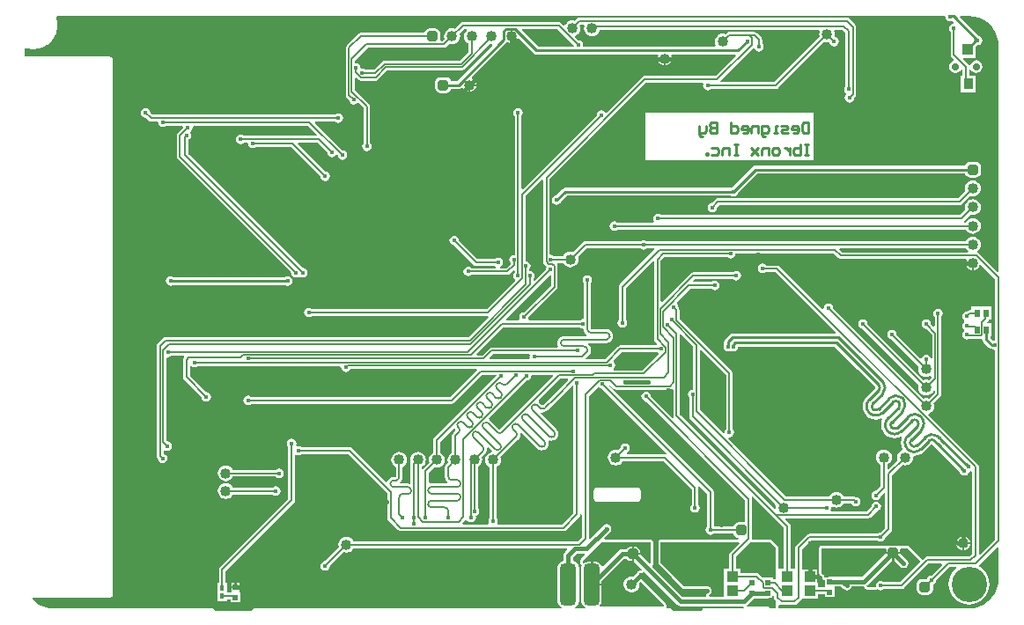
<source format=gbl>
G04*
G04 #@! TF.GenerationSoftware,Altium Limited,Altium Designer,21.1.1 (26)*
G04*
G04 Layer_Physical_Order=2*
G04 Layer_Color=16711680*
%FSLAX44Y44*%
%MOMM*%
G71*
G04*
G04 #@! TF.SameCoordinates,6A85A449-59C4-447A-B511-F0FC370A597D*
G04*
G04*
G04 #@! TF.FilePolarity,Positive*
G04*
G01*
G75*
%ADD12C,0.2540*%
%ADD71R,0.4500X0.5000*%
%ADD115C,0.7000*%
%ADD117C,0.3500*%
%ADD119C,0.1500*%
%ADD121R,1.1000X1.0000*%
G04:AMPARAMS|DCode=141|XSize=1.524mm|YSize=4mm|CornerRadius=0.381mm|HoleSize=0mm|Usage=FLASHONLY|Rotation=0.000|XOffset=0mm|YOffset=0mm|HoleType=Round|Shape=RoundedRectangle|*
%AMROUNDEDRECTD141*
21,1,1.5240,3.2380,0,0,0.0*
21,1,0.7620,4.0000,0,0,0.0*
1,1,0.7620,0.3810,-1.6190*
1,1,0.7620,-0.3810,-1.6190*
1,1,0.7620,-0.3810,1.6190*
1,1,0.7620,0.3810,1.6190*
%
%ADD141ROUNDEDRECTD141*%
%ADD148C,0.4000*%
%ADD150C,3.4000*%
%ADD151C,0.4000*%
%ADD152C,1.0160*%
G04:AMPARAMS|DCode=153|XSize=1.016mm|YSize=1.016mm|CornerRadius=0.254mm|HoleSize=0mm|Usage=FLASHONLY|Rotation=90.000|XOffset=0mm|YOffset=0mm|HoleType=Round|Shape=RoundedRectangle|*
%AMROUNDEDRECTD153*
21,1,1.0160,0.5080,0,0,90.0*
21,1,0.5080,1.0160,0,0,90.0*
1,1,0.5080,0.2540,0.2540*
1,1,0.5080,0.2540,-0.2540*
1,1,0.5080,-0.2540,-0.2540*
1,1,0.5080,-0.2540,0.2540*
%
%ADD153ROUNDEDRECTD153*%
%ADD154R,0.5000X0.5000*%
%ADD155R,0.5500X0.8000*%
%ADD156R,1.1000X1.1000*%
%ADD157R,0.9500X1.1000*%
G36*
X529790Y647137D02*
X529294Y646756D01*
X528079Y645173D01*
X527316Y643329D01*
X527055Y641350D01*
X527316Y639371D01*
X528079Y637527D01*
X529294Y635944D01*
X530878Y634729D01*
X531387Y634518D01*
Y626243D01*
X523138Y617994D01*
X450850D01*
X449582Y617741D01*
X448507Y617023D01*
X440588Y609104D01*
X432401D01*
X431016Y610029D01*
X429260Y610378D01*
X428672Y610261D01*
X427498Y610870D01*
X427149Y612626D01*
X426154Y614114D01*
X424666Y615109D01*
X422910Y615458D01*
X422414Y615866D01*
Y618134D01*
X434443Y630162D01*
X507792D01*
X509060Y630415D01*
X510135Y631133D01*
X513178Y634176D01*
X513687Y633965D01*
X515666Y633705D01*
X517645Y633965D01*
X519488Y634729D01*
X521072Y635944D01*
X522287Y637527D01*
X523051Y639371D01*
X523311Y641350D01*
X523051Y643329D01*
X522840Y643838D01*
X527409Y648407D01*
X529359D01*
X529790Y647137D01*
D02*
G37*
G36*
X1017808Y660355D02*
X1022686Y659017D01*
X1027249Y656835D01*
X1031353Y653877D01*
X1034866Y650238D01*
X1037678Y646034D01*
X1039699Y641397D01*
X1040999Y635905D01*
X1041077Y635736D01*
X1041078Y635723D01*
X1041182Y635473D01*
Y415504D01*
X1040008Y415018D01*
X1022407Y432619D01*
X1021332Y433337D01*
X1021128Y433378D01*
X1021119Y433391D01*
X1020811Y434736D01*
X1021856Y435538D01*
X1023071Y437121D01*
X1023835Y438965D01*
X1024096Y440944D01*
X1023835Y442923D01*
X1023071Y444767D01*
X1021856Y446350D01*
X1020273Y447565D01*
X1018429Y448329D01*
X1016450Y448589D01*
X1014471Y448329D01*
X1012627Y447565D01*
X1011044Y446350D01*
X1009829Y444767D01*
X1009618Y444258D01*
X702530D01*
X701526Y444929D01*
X699770Y445278D01*
X698014Y444929D01*
X697010Y444258D01*
X643572D01*
X642304Y444005D01*
X641229Y443287D01*
X631872Y433931D01*
X631363Y434142D01*
X629385Y434402D01*
X627406Y434142D01*
X625562Y433378D01*
X623979Y432163D01*
X622763Y430579D01*
X622553Y430070D01*
X613314D01*
X611864Y431039D01*
X610108Y431388D01*
X609612Y431796D01*
Y504087D01*
X701905Y596380D01*
X756358D01*
X757154Y595110D01*
X756904Y593852D01*
X757253Y592096D01*
X758248Y590608D01*
X759736Y589613D01*
X761492Y589264D01*
X763248Y589613D01*
X764632Y590538D01*
X826873D01*
X828141Y590791D01*
X829216Y591509D01*
X873725Y636018D01*
X874234Y635808D01*
X876213Y635547D01*
X878192Y635808D01*
X878639Y635569D01*
X878837Y634574D01*
X879831Y633086D01*
X881320Y632091D01*
X883076Y631742D01*
X884831Y632091D01*
X886320Y633086D01*
X887315Y634574D01*
X887664Y636330D01*
X887315Y638086D01*
X886320Y639574D01*
X884831Y640569D01*
X883837Y640767D01*
X883598Y641214D01*
X883858Y643193D01*
X883598Y645171D01*
X883082Y646418D01*
X883820Y647688D01*
X890929D01*
X893814Y644803D01*
Y593437D01*
X892889Y592052D01*
X892540Y590296D01*
X892889Y588540D01*
X893884Y587052D01*
X894414Y586697D01*
Y585427D01*
X894392Y585412D01*
X893397Y583924D01*
X893048Y582168D01*
X893397Y580412D01*
X894392Y578924D01*
X895880Y577929D01*
X897636Y577580D01*
X899392Y577929D01*
X900880Y578924D01*
X901875Y580412D01*
X902200Y582046D01*
X903281Y583127D01*
X903999Y584202D01*
X904252Y585470D01*
Y650240D01*
X903999Y651508D01*
X903281Y652583D01*
X897693Y658171D01*
X896618Y658889D01*
X895350Y659142D01*
X638048D01*
X636780Y658889D01*
X635705Y658171D01*
X633678Y656144D01*
X633169Y656355D01*
X631190Y656615D01*
X629211Y656355D01*
X627367Y655591D01*
X625784Y654376D01*
X624569Y652793D01*
X624311Y652171D01*
X622813Y651873D01*
X620623Y654063D01*
X619548Y654782D01*
X618280Y655034D01*
X526036D01*
X524768Y654782D01*
X523693Y654063D01*
X518153Y648524D01*
X517645Y648735D01*
X515666Y648995D01*
X513687Y648735D01*
X511843Y647971D01*
X510260Y646756D01*
X509045Y645173D01*
X508281Y643329D01*
X508020Y641350D01*
X508281Y639371D01*
X508492Y638862D01*
X506427Y636797D01*
X505167Y636833D01*
X504160Y638060D01*
X504310Y638810D01*
Y643890D01*
X503918Y645856D01*
X502805Y647524D01*
X501138Y648638D01*
X499171Y649029D01*
X494091D01*
X492124Y648638D01*
X490457Y647524D01*
X489343Y645856D01*
X489106Y644664D01*
X427736D01*
X426468Y644411D01*
X425393Y643693D01*
X414217Y632517D01*
X413499Y631442D01*
X413246Y630174D01*
Y584708D01*
X413499Y583440D01*
X414217Y582365D01*
X416314Y580268D01*
X416639Y578634D01*
X417634Y577146D01*
X419122Y576151D01*
X420878Y575802D01*
X422634Y576151D01*
X424122Y577146D01*
X424234Y577312D01*
X425498Y577437D01*
X430264Y572670D01*
Y538573D01*
X429339Y537188D01*
X428990Y535432D01*
X429339Y533676D01*
X430334Y532188D01*
X431822Y531193D01*
X433578Y530844D01*
X435334Y531193D01*
X436822Y532188D01*
X437817Y533676D01*
X438166Y535432D01*
X437817Y537188D01*
X436892Y538573D01*
Y574043D01*
X436639Y575311D01*
X435921Y576386D01*
X422414Y589893D01*
Y600987D01*
X423587Y601473D01*
X425363Y599697D01*
X426438Y598979D01*
X427706Y598726D01*
X442020D01*
X443288Y598979D01*
X444363Y599697D01*
X453533Y608867D01*
X525545D01*
X526813Y609119D01*
X527888Y609837D01*
X551987Y633935D01*
X553735Y633705D01*
X553861Y633721D01*
X554454Y632518D01*
X520140Y598204D01*
X514463D01*
X514332Y598867D01*
X513218Y600534D01*
X511550Y601648D01*
X509584Y602039D01*
X504504D01*
X502537Y601648D01*
X500870Y600534D01*
X499756Y598867D01*
X499365Y596900D01*
Y591820D01*
X499756Y589854D01*
X500870Y588186D01*
X502537Y587072D01*
X504504Y586681D01*
X509584D01*
X511550Y587072D01*
X513218Y588186D01*
X514332Y589854D01*
X514463Y590516D01*
X521732D01*
X521732Y590516D01*
X523203Y590809D01*
X524450Y591642D01*
X524669Y591861D01*
X526167Y591563D01*
X526382Y591042D01*
X527437Y589667D01*
X528812Y588612D01*
X530412Y587949D01*
X531130Y587855D01*
Y594360D01*
X532130D01*
Y595360D01*
X538635D01*
X538541Y596078D01*
X537878Y597678D01*
X536823Y599053D01*
X535448Y600108D01*
X534927Y600323D01*
X534629Y601822D01*
X568138Y635330D01*
X568138Y635330D01*
X568187Y635404D01*
X569440Y635611D01*
X569452Y635602D01*
X571052Y634939D01*
X571770Y634845D01*
Y641350D01*
X573770D01*
Y634845D01*
X574488Y634939D01*
X576088Y635602D01*
X577463Y636657D01*
X578518Y638032D01*
X578738Y638564D01*
X580236Y638862D01*
X594182Y624916D01*
X594182Y624916D01*
X595429Y624083D01*
X596900Y623790D01*
X713395D01*
X714111Y622520D01*
X713679Y621478D01*
X713585Y620760D01*
X720090D01*
X726595D01*
X726501Y621478D01*
X726069Y622520D01*
X726785Y623790D01*
X788013D01*
X788499Y622617D01*
X768890Y603008D01*
X700532D01*
X699264Y602755D01*
X698189Y602037D01*
X664206Y568054D01*
X662942Y568179D01*
X662628Y568648D01*
X661140Y569643D01*
X659384Y569992D01*
X657628Y569643D01*
X656140Y568648D01*
X655145Y567160D01*
X654820Y565526D01*
X583607Y494313D01*
X582434Y494799D01*
Y564549D01*
X583359Y565934D01*
X583708Y567690D01*
X583359Y569446D01*
X582364Y570934D01*
X580876Y571929D01*
X579120Y572278D01*
X577364Y571929D01*
X575876Y570934D01*
X574881Y569446D01*
X574532Y567690D01*
X574881Y565934D01*
X575806Y564549D01*
Y431416D01*
X575056Y430800D01*
X573300Y430451D01*
X571812Y429456D01*
X570817Y427968D01*
X570468Y426212D01*
X570817Y424456D01*
X571742Y423072D01*
Y422505D01*
X567588Y418350D01*
X562220D01*
X561931Y419620D01*
X563141Y420428D01*
X564135Y421916D01*
X564484Y423672D01*
X564135Y425428D01*
X563141Y426916D01*
X561652Y427911D01*
X559896Y428260D01*
X558140Y427911D01*
X556756Y426986D01*
X540097D01*
X522216Y444867D01*
X521891Y446501D01*
X520896Y447989D01*
X519408Y448984D01*
X517652Y449333D01*
X515896Y448984D01*
X514408Y447989D01*
X513413Y446501D01*
X513064Y444745D01*
X513413Y442989D01*
X514408Y441501D01*
X515896Y440506D01*
X517530Y440181D01*
X536382Y421329D01*
X537457Y420611D01*
X538725Y420358D01*
X556756D01*
X557861Y419620D01*
X557573Y418350D01*
X534254D01*
X532870Y419275D01*
X531114Y419624D01*
X529358Y419275D01*
X527870Y418280D01*
X526875Y416792D01*
X526526Y415036D01*
X526875Y413280D01*
X527870Y411792D01*
X529358Y410797D01*
X531114Y410448D01*
X532870Y410797D01*
X534254Y411722D01*
X568960D01*
X570228Y411975D01*
X571303Y412693D01*
X574633Y416023D01*
X575806Y415537D01*
Y414221D01*
X574881Y412836D01*
X574532Y411080D01*
X574881Y409324D01*
X575876Y407836D01*
X576106Y407682D01*
X576230Y406418D01*
X548836Y379024D01*
X380883D01*
X379498Y379950D01*
X377743Y380299D01*
X375987Y379950D01*
X374498Y378955D01*
X373504Y377467D01*
X373154Y375711D01*
X373504Y373955D01*
X374498Y372466D01*
X375987Y371472D01*
X377743Y371123D01*
X379498Y371472D01*
X380883Y372397D01*
X550065D01*
X550333Y372060D01*
X550655Y371191D01*
X531265Y351802D01*
X239776D01*
X238508Y351549D01*
X237433Y350831D01*
X232607Y346005D01*
X231889Y344930D01*
X231636Y343662D01*
Y237744D01*
X231889Y236476D01*
X232606Y235402D01*
X232931Y233768D01*
X233926Y232280D01*
X235414Y231285D01*
X237170Y230936D01*
X238926Y231285D01*
X240414Y232280D01*
X241409Y233768D01*
X241758Y235524D01*
X241409Y237280D01*
X240414Y238768D01*
X238926Y239763D01*
X238264Y239895D01*
Y242571D01*
X239534Y243250D01*
X240052Y242903D01*
X241808Y242554D01*
X243564Y242903D01*
X245052Y243898D01*
X246047Y245386D01*
X246396Y247142D01*
X246047Y248898D01*
X245052Y250386D01*
X243564Y251381D01*
X241930Y251706D01*
X240804Y252833D01*
Y331906D01*
X242074Y332893D01*
X242924Y332724D01*
X244680Y333073D01*
X246168Y334068D01*
X246225Y334153D01*
X257703D01*
X258189Y332979D01*
X257753Y332543D01*
X257035Y331468D01*
X256782Y330200D01*
Y313690D01*
X257035Y312422D01*
X257753Y311347D01*
X274606Y294494D01*
X274931Y292860D01*
X275926Y291372D01*
X277414Y290377D01*
X279170Y290028D01*
X280926Y290377D01*
X282414Y291372D01*
X283409Y292860D01*
X283758Y294616D01*
X283409Y296372D01*
X282414Y297860D01*
X280926Y298855D01*
X279292Y299180D01*
X263410Y315063D01*
Y323756D01*
X264666Y324162D01*
X266154Y323167D01*
X267910Y322818D01*
X269666Y323167D01*
X271051Y324092D01*
X408021D01*
X408827Y323111D01*
X408772Y322834D01*
X409121Y321078D01*
X410116Y319590D01*
X411604Y318595D01*
X413360Y318246D01*
X415116Y318595D01*
X416604Y319590D01*
X417599Y321078D01*
X417693Y321552D01*
X539235D01*
X539721Y320379D01*
X513993Y294652D01*
X322419D01*
X321034Y295577D01*
X319278Y295926D01*
X317522Y295577D01*
X316034Y294582D01*
X315039Y293094D01*
X314690Y291338D01*
X315039Y289582D01*
X316034Y288094D01*
X317522Y287099D01*
X319278Y286750D01*
X321034Y287099D01*
X322419Y288024D01*
X515366D01*
X516634Y288277D01*
X517709Y288995D01*
X544679Y315964D01*
X557525D01*
X558077Y315292D01*
X558166Y314694D01*
X498545Y255073D01*
X497827Y253998D01*
X497574Y252730D01*
Y240727D01*
X497065Y240516D01*
X495482Y239301D01*
X494267Y237718D01*
X493503Y235874D01*
X493243Y233895D01*
X493503Y231916D01*
X493714Y231407D01*
X487642Y225335D01*
X487438Y225029D01*
X486168Y225415D01*
Y227063D01*
X486677Y227274D01*
X488260Y228489D01*
X489475Y230072D01*
X490239Y231916D01*
X490499Y233895D01*
X490239Y235874D01*
X489475Y237718D01*
X488260Y239301D01*
X486677Y240516D01*
X484833Y241280D01*
X482854Y241540D01*
X480875Y241280D01*
X479031Y240516D01*
X477448Y239301D01*
X476233Y237718D01*
X475469Y235874D01*
X475209Y233895D01*
X475469Y231916D01*
X475860Y230973D01*
X475671Y230026D01*
Y211693D01*
X474401Y210848D01*
X473303Y210992D01*
X473195Y211014D01*
X465815D01*
X465384Y212284D01*
X466194Y212906D01*
X467243Y214272D01*
X467902Y215863D01*
X468112Y217463D01*
X468134Y217570D01*
Y227063D01*
X468643Y227274D01*
X470226Y228489D01*
X471441Y230072D01*
X472205Y231916D01*
X472465Y233895D01*
X472205Y235874D01*
X471441Y237718D01*
X470226Y239301D01*
X468643Y240516D01*
X466799Y241280D01*
X464820Y241540D01*
X462841Y241280D01*
X460997Y240516D01*
X459414Y239301D01*
X458199Y237718D01*
X457435Y235874D01*
X457175Y233895D01*
X457435Y231916D01*
X458199Y230072D01*
X459414Y228489D01*
X460997Y227274D01*
X461506Y227063D01*
Y217654D01*
X461463Y217637D01*
X461446Y217594D01*
X459505D01*
X459397Y217572D01*
X457797Y217362D01*
X456206Y216703D01*
X454840Y215655D01*
X453792Y214288D01*
X453292Y213082D01*
X451960Y212619D01*
X419411Y245167D01*
X418336Y245885D01*
X417068Y246138D01*
X370933D01*
X369548Y247063D01*
X367792Y247412D01*
X366690Y247193D01*
X366402Y247378D01*
X365704Y248252D01*
X365978Y249630D01*
X365629Y251386D01*
X364635Y252875D01*
X363146Y253869D01*
X361390Y254218D01*
X359634Y253869D01*
X358146Y252875D01*
X357151Y251386D01*
X356802Y249630D01*
X357151Y247874D01*
X358077Y246490D01*
Y196436D01*
X292297Y130657D01*
X291579Y129582D01*
X291326Y128314D01*
Y115350D01*
X289890D01*
Y105350D01*
Y97850D01*
X299390D01*
Y99537D01*
X302340D01*
Y96680D01*
X312340D01*
Y106680D01*
X311992D01*
X311340Y107680D01*
X311340Y107950D01*
Y110680D01*
X307340D01*
X303340D01*
Y107950D01*
X303340Y107680D01*
X302688Y106680D01*
X302340D01*
Y106164D01*
X299390D01*
Y115350D01*
X297954D01*
Y126941D01*
X363733Y192721D01*
X364452Y193796D01*
X364704Y195064D01*
Y238128D01*
X365824Y238727D01*
X366036Y238585D01*
X367792Y238236D01*
X369548Y238585D01*
X370933Y239510D01*
X415695D01*
X453378Y201827D01*
Y178054D01*
X453631Y176786D01*
X454349Y175711D01*
X463824Y166236D01*
X464899Y165517D01*
X466167Y165265D01*
X622985D01*
X624253Y165517D01*
X625328Y166236D01*
X638105Y179013D01*
X638823Y180088D01*
X639076Y181356D01*
X640322Y181300D01*
Y159361D01*
X636675Y155714D01*
X420852D01*
X420641Y156223D01*
X419426Y157806D01*
X417843Y159021D01*
X415999Y159785D01*
X414020Y160045D01*
X412041Y159785D01*
X410197Y159021D01*
X408614Y157806D01*
X407399Y156223D01*
X406635Y154379D01*
X406375Y152400D01*
X406635Y150421D01*
X406846Y149912D01*
X393578Y136644D01*
X391944Y136319D01*
X390456Y135324D01*
X389461Y133836D01*
X389112Y132080D01*
X389461Y130324D01*
X390456Y128836D01*
X391944Y127841D01*
X393700Y127492D01*
X395456Y127841D01*
X396944Y128836D01*
X397939Y130324D01*
X398264Y131958D01*
X411532Y145226D01*
X412041Y145015D01*
X414020Y144755D01*
X415999Y145015D01*
X417843Y145779D01*
X419426Y146994D01*
X420641Y148577D01*
X420852Y149086D01*
X626078D01*
X626564Y147913D01*
X624136Y145484D01*
X623141Y143996D01*
X622792Y142240D01*
Y136769D01*
X621108Y136434D01*
X619021Y135039D01*
X617626Y132952D01*
X617136Y130490D01*
Y98110D01*
X617626Y95648D01*
X619021Y93561D01*
X620940Y92278D01*
X620926Y91612D01*
X620729Y91008D01*
X133058D01*
X127841Y91465D01*
X123061Y92746D01*
X118577Y94837D01*
X114524Y97675D01*
X111877Y100321D01*
X112403Y101591D01*
X186690D01*
X187665Y101785D01*
X188492Y102338D01*
X189045Y103165D01*
X189239Y104140D01*
Y619242D01*
X189045Y620218D01*
X188492Y621045D01*
X187665Y621597D01*
X186690Y621791D01*
X104359D01*
Y629394D01*
X105398Y630123D01*
X106613Y629683D01*
X106615Y629683D01*
X106616Y629682D01*
X106622Y629680D01*
X106958Y629629D01*
X107168Y629542D01*
X107641Y629479D01*
X108102Y629331D01*
X112008Y628876D01*
X112424Y628909D01*
X112770Y628864D01*
X113069Y628903D01*
X113455Y628867D01*
X116968Y629234D01*
X117454Y629385D01*
X117980Y629454D01*
X118049Y629483D01*
X118278Y629508D01*
X118280Y629508D01*
X118287Y629513D01*
X118296Y629514D01*
X118298Y629514D01*
X118304Y629517D01*
X118309Y629518D01*
X121658Y630599D01*
X121660Y630600D01*
X121660Y630600D01*
X121667Y630602D01*
X121832Y630694D01*
X122017Y630731D01*
X122366Y630964D01*
X122445Y630996D01*
X122921Y631156D01*
X125986Y632913D01*
X126338Y633219D01*
X126602Y633422D01*
X127097Y633713D01*
X129733Y636065D01*
X129890Y636275D01*
X129982Y636345D01*
X130287Y636743D01*
X130652Y637076D01*
X130656Y637082D01*
X130657Y637083D01*
X130658Y637084D01*
X132745Y639922D01*
X132917Y640288D01*
X133117Y640549D01*
X133222Y640804D01*
X133439Y641106D01*
X134898Y644323D01*
X135016Y644829D01*
X135231Y645347D01*
X135239Y645414D01*
X135331Y645621D01*
X136094Y649071D01*
X136106Y649650D01*
X136139Y649904D01*
X136249Y650423D01*
X136249Y650430D01*
X136248Y650434D01*
X136249Y650438D01*
X136282Y653957D01*
X136276Y653991D01*
X136283Y654026D01*
X136188Y654503D01*
X136154Y654757D01*
X136153Y655326D01*
X135456Y658789D01*
X135348Y659047D01*
X135330Y659186D01*
X135148Y659624D01*
X135966Y660832D01*
X989541D01*
X989879Y660420D01*
X990228Y658664D01*
X991223Y657176D01*
X992711Y656181D01*
X994467Y655832D01*
X996223Y656181D01*
X996538Y656392D01*
X998165Y654765D01*
X997683Y653451D01*
X996464Y653209D01*
X994976Y652214D01*
X993981Y650726D01*
X993632Y648970D01*
X993981Y647214D01*
X994906Y645829D01*
Y623570D01*
X995159Y622302D01*
X995877Y621227D01*
X998007Y619097D01*
X997638Y617882D01*
X997239Y617802D01*
X995254Y616476D01*
X993928Y614491D01*
X993462Y612150D01*
X993928Y609809D01*
X995254Y607824D01*
X997239Y606498D01*
X999580Y606033D01*
X1001921Y606498D01*
X1003906Y607824D01*
X1005066Y609562D01*
X1006336Y609348D01*
Y603650D01*
X1004580D01*
Y587650D01*
X1019080D01*
Y603650D01*
X1012964D01*
Y608966D01*
X1014234Y609352D01*
X1015254Y607824D01*
X1017239Y606498D01*
X1019580Y606033D01*
X1021921Y606498D01*
X1023906Y607824D01*
X1025232Y609809D01*
X1025697Y612150D01*
X1025232Y614491D01*
X1023906Y616476D01*
X1021921Y617802D01*
X1019580Y618268D01*
X1017239Y617802D01*
X1015254Y616476D01*
X1013928Y614491D01*
X1013810Y613899D01*
X1012485Y613747D01*
X1011993Y614483D01*
X1007000Y619477D01*
X1007486Y620650D01*
X1019080D01*
Y631214D01*
X1020649Y632784D01*
X1021080Y632698D01*
X1022836Y633047D01*
X1024324Y634042D01*
X1025319Y635530D01*
X1025668Y637286D01*
X1025319Y639042D01*
X1024324Y640530D01*
X1022836Y641525D01*
X1022138Y641664D01*
X1004144Y659658D01*
X1004630Y660832D01*
X1012476D01*
X1017808Y660355D01*
D02*
G37*
G36*
X632468Y632846D02*
X632545Y632460D01*
X631739Y631478D01*
X598492D01*
X582737Y647233D01*
X583223Y648407D01*
X616907D01*
X632468Y632846D01*
D02*
G37*
G36*
X643066Y651458D02*
X642855Y650949D01*
X642595Y648970D01*
X642855Y646991D01*
X643619Y645147D01*
X644834Y643564D01*
X646417Y642349D01*
X648261Y641585D01*
X650240Y641325D01*
X652219Y641585D01*
X654063Y642349D01*
X655646Y643564D01*
X656861Y645147D01*
X657625Y646991D01*
X657717Y647688D01*
X868606D01*
X869345Y646418D01*
X868828Y645171D01*
X868568Y643193D01*
X868828Y641214D01*
X869039Y640705D01*
X825500Y597166D01*
X774216D01*
X773690Y598436D01*
X804932Y629678D01*
X806077Y629470D01*
X806359Y629309D01*
X807270Y627946D01*
X808758Y626951D01*
X810514Y626602D01*
X812270Y626951D01*
X813758Y627946D01*
X814753Y629434D01*
X815102Y631190D01*
X814753Y632946D01*
X813828Y634330D01*
Y638048D01*
X813575Y639316D01*
X812857Y640391D01*
X808793Y644455D01*
X807718Y645173D01*
X806450Y645426D01*
X781812D01*
X780544Y645173D01*
X779469Y644455D01*
X778458Y643444D01*
X777949Y643655D01*
X775970Y643915D01*
X773991Y643655D01*
X772147Y642891D01*
X770564Y641676D01*
X769349Y640093D01*
X768585Y638249D01*
X768325Y636270D01*
X768585Y634291D01*
X769224Y632748D01*
X768659Y631478D01*
X642325D01*
X641519Y632460D01*
X641620Y632968D01*
X641271Y634724D01*
X640276Y636212D01*
X638788Y637207D01*
X637154Y637532D01*
X634093Y640593D01*
X634391Y642091D01*
X635013Y642349D01*
X636596Y643564D01*
X637811Y645147D01*
X638575Y646991D01*
X638835Y648970D01*
X638575Y650949D01*
X638364Y651458D01*
X639421Y652514D01*
X642361D01*
X643066Y651458D01*
D02*
G37*
G36*
X710409Y436457D02*
X676853Y402901D01*
X676135Y401826D01*
X675882Y400558D01*
Y368647D01*
X674957Y367262D01*
X674608Y365506D01*
X674957Y363750D01*
X675952Y362262D01*
X677440Y361267D01*
X679196Y360918D01*
X680952Y361267D01*
X682440Y362262D01*
X683435Y363750D01*
X683784Y365506D01*
X683435Y367262D01*
X682510Y368647D01*
Y399185D01*
X708491Y425167D01*
X709664Y424681D01*
Y349840D01*
X709917Y348572D01*
X710635Y347497D01*
X712934Y345198D01*
X712408Y343928D01*
X677335D01*
X676067Y343675D01*
X674992Y342957D01*
X662755Y330720D01*
X644659D01*
X644173Y331893D01*
X648011Y335731D01*
X648729Y336806D01*
X648982Y338074D01*
Y339840D01*
X648960Y339948D01*
X648750Y341547D01*
X648091Y343138D01*
X647042Y344505D01*
X646232Y345126D01*
X646663Y346396D01*
X663951D01*
X664058Y346418D01*
X665658Y346628D01*
X667249Y347287D01*
X668615Y348336D01*
X669663Y349702D01*
X670322Y351293D01*
X670533Y352892D01*
X670555Y353000D01*
X670533Y353108D01*
X670322Y354707D01*
X669663Y356298D01*
X668615Y357664D01*
X667249Y358713D01*
X665658Y359372D01*
X664058Y359582D01*
X663951Y359604D01*
X649042D01*
X649025Y359647D01*
X648982Y359664D01*
Y377190D01*
Y403768D01*
X649907Y405152D01*
X650256Y406908D01*
X649907Y408664D01*
X648912Y410152D01*
X647424Y411147D01*
X645668Y411496D01*
X643912Y411147D01*
X642424Y410152D01*
X641429Y408664D01*
X641080Y406908D01*
X641429Y405152D01*
X642354Y403768D01*
Y377190D01*
Y370145D01*
X641673Y369586D01*
X639917Y369237D01*
X638533Y368312D01*
X589438D01*
X588840Y369432D01*
X588947Y369592D01*
X589272Y371226D01*
X616261Y398215D01*
X616979Y399290D01*
X617232Y400558D01*
Y420116D01*
X616979Y421384D01*
X616452Y422173D01*
X616901Y423443D01*
X622553D01*
X622763Y422934D01*
X623979Y421351D01*
X625562Y420135D01*
X627406Y419372D01*
X629385Y419111D01*
X631363Y419372D01*
X633207Y420135D01*
X634791Y421351D01*
X636006Y422934D01*
X636769Y424778D01*
X637030Y426757D01*
X636769Y428735D01*
X636559Y429244D01*
X644945Y437630D01*
X696402D01*
X696526Y437446D01*
X698014Y436451D01*
X699770Y436102D01*
X701526Y436451D01*
X703014Y437446D01*
X703138Y437630D01*
X709923D01*
X710409Y436457D01*
D02*
G37*
G36*
X1009829Y437121D02*
X1011044Y435538D01*
X1011928Y434860D01*
X1011497Y433590D01*
X890881D01*
X888013Y436457D01*
X888499Y437630D01*
X1009618D01*
X1009829Y437121D01*
D02*
G37*
G36*
X887165Y427933D02*
X888240Y427215D01*
X889508Y426962D01*
X1009777D01*
X1010480Y425692D01*
X1010040Y424628D01*
X1009945Y423910D01*
X1016450D01*
Y422910D01*
X1017450D01*
Y416405D01*
X1018168Y416499D01*
X1019769Y417162D01*
X1021143Y418217D01*
X1022198Y419592D01*
X1022803Y421054D01*
X1023791Y421508D01*
X1024056Y421598D01*
X1037858Y407796D01*
Y349116D01*
X1037422Y348758D01*
X1036151Y348505D01*
X1033396Y351260D01*
X1033625Y352530D01*
X1034640D01*
Y365530D01*
X1030692D01*
X1030206Y366703D01*
X1030818Y367316D01*
X1031537Y368391D01*
X1031564Y368530D01*
X1034640D01*
Y381530D01*
X1015140D01*
Y377964D01*
X1013460D01*
X1012192Y377711D01*
X1011117Y376993D01*
X1010798Y376674D01*
X1009164Y376349D01*
X1007676Y375354D01*
X1006681Y373866D01*
X1006332Y372110D01*
X1006681Y370354D01*
X1007676Y368866D01*
X1008412Y368374D01*
Y366846D01*
X1007676Y366355D01*
X1006681Y364866D01*
X1006332Y363110D01*
X1006681Y361354D01*
X1007676Y359866D01*
X1008248Y359484D01*
Y357956D01*
X1007676Y357574D01*
X1006681Y356086D01*
X1006332Y354330D01*
X1006681Y352574D01*
X1007676Y351086D01*
X1009164Y350091D01*
X1010920Y349742D01*
X1012347Y350026D01*
X1012646Y349966D01*
X1023865D01*
X1024276Y350048D01*
X1025310Y349871D01*
X1025685Y349132D01*
X1025839Y348359D01*
X1026672Y347112D01*
X1032053Y341731D01*
X1032053Y341731D01*
X1033300Y340898D01*
X1034609Y340638D01*
X1035666Y339931D01*
X1037422Y339582D01*
X1037858Y339224D01*
Y157354D01*
X1023632Y143128D01*
X1022362Y143654D01*
Y227076D01*
X1022109Y228344D01*
X1021391Y229419D01*
X973618Y277192D01*
X974033Y278574D01*
X975373Y279129D01*
X976956Y280344D01*
X978171Y281927D01*
X978935Y283771D01*
X979195Y285750D01*
X978935Y287729D01*
X978724Y288238D01*
X985323Y294837D01*
X986041Y295912D01*
X986294Y297180D01*
Y371510D01*
X987219Y372894D01*
X987568Y374650D01*
X987219Y376406D01*
X986224Y377894D01*
X984736Y378889D01*
X982980Y379238D01*
X981224Y378889D01*
X979736Y377894D01*
X978741Y376406D01*
X978392Y374650D01*
X978741Y372894D01*
X979666Y371510D01*
Y362719D01*
X978493Y362233D01*
X976114Y364612D01*
X975789Y366246D01*
X974794Y367734D01*
X973306Y368729D01*
X971550Y369078D01*
X969794Y368729D01*
X968306Y367734D01*
X967311Y366246D01*
X966962Y364490D01*
X967311Y362734D01*
X968306Y361246D01*
X969794Y360251D01*
X971428Y359926D01*
X977167Y354187D01*
Y331730D01*
X975897Y331605D01*
X975789Y332146D01*
X974794Y333634D01*
X973306Y334629D01*
X971550Y334978D01*
X969794Y334629D01*
X968306Y333634D01*
X967311Y332146D01*
X967257Y331873D01*
X966042Y331505D01*
X943094Y354452D01*
X942769Y356086D01*
X941774Y357574D01*
X940286Y358569D01*
X938530Y358918D01*
X936774Y358569D01*
X935286Y357574D01*
X934291Y356086D01*
X933942Y354330D01*
X934291Y352574D01*
X935286Y351086D01*
X936774Y350091D01*
X938408Y349766D01*
X964376Y323798D01*
X964165Y323289D01*
X963905Y321310D01*
X964165Y319331D01*
X964929Y317487D01*
X966144Y315904D01*
X967727Y314689D01*
X969571Y313925D01*
X971550Y313665D01*
X973529Y313925D01*
X975207Y314620D01*
X975842Y314420D01*
X976568Y314005D01*
X976656Y313322D01*
X974038Y310704D01*
X973529Y310915D01*
X971550Y311175D01*
X969571Y310915D01*
X969062Y310704D01*
X915154Y364612D01*
X914829Y366246D01*
X913834Y367734D01*
X912346Y368729D01*
X910590Y369078D01*
X908834Y368729D01*
X907346Y367734D01*
X906351Y366246D01*
X906002Y364490D01*
X906351Y362734D01*
X907346Y361246D01*
X908834Y360251D01*
X910468Y359926D01*
X964376Y306018D01*
X964165Y305509D01*
X963905Y303530D01*
X964165Y301551D01*
X964929Y299707D01*
X966144Y298124D01*
X967727Y296909D01*
X969571Y296145D01*
X971550Y295885D01*
X973529Y296145D01*
X975373Y296909D01*
X976956Y298124D01*
X978171Y299707D01*
X978396Y300251D01*
X979666Y299998D01*
Y298553D01*
X974038Y292924D01*
X973529Y293135D01*
X971550Y293395D01*
X969571Y293135D01*
X969062Y292924D01*
X882134Y379852D01*
X881809Y381486D01*
X880814Y382974D01*
X879326Y383969D01*
X877570Y384318D01*
X875814Y383969D01*
X874326Y382974D01*
X873331Y381486D01*
X872982Y379730D01*
X873008Y379598D01*
X871838Y378973D01*
X830383Y420427D01*
X829308Y421145D01*
X828040Y421398D01*
X817238D01*
X815854Y422323D01*
X814098Y422672D01*
X812342Y422323D01*
X810854Y421328D01*
X809859Y419840D01*
X809510Y418084D01*
X809859Y416328D01*
X810854Y414840D01*
X812342Y413845D01*
X814098Y413496D01*
X815854Y413845D01*
X817238Y414770D01*
X826667D01*
X884631Y356807D01*
X884145Y355634D01*
X785514D01*
X785514Y355634D01*
X784043Y355341D01*
X782796Y354508D01*
X782796Y354508D01*
X778332Y350044D01*
X777499Y348797D01*
X777206Y347326D01*
X777206Y347326D01*
Y345247D01*
X776811Y344656D01*
X776462Y342900D01*
X776811Y341144D01*
X777806Y339656D01*
X779294Y338661D01*
X781050Y338312D01*
X782806Y338661D01*
X783590Y339185D01*
X784374Y338661D01*
X786130Y338312D01*
X787886Y338661D01*
X789374Y339656D01*
X790369Y341144D01*
X790711Y342866D01*
X883598D01*
X905967Y320497D01*
X905967Y320497D01*
X907917Y318547D01*
X907917Y318547D01*
X922122Y304341D01*
X922143Y304320D01*
Y302552D01*
X914977Y295386D01*
X914082Y294538D01*
X914070Y294538D01*
X914070Y294538D01*
X914052Y294526D01*
X914046Y294505D01*
X913304Y293539D01*
X912017Y291861D01*
X910741Y288781D01*
X910306Y285476D01*
X910741Y282171D01*
X912017Y279091D01*
X914046Y276447D01*
Y276447D01*
X914046D01*
X916691Y274417D01*
X919770Y273142D01*
X923075Y272707D01*
X926380Y273142D01*
X928684Y274096D01*
X929656Y273124D01*
X928702Y270821D01*
X928267Y267516D01*
X928702Y264211D01*
X929977Y261131D01*
X931267Y259450D01*
X932007Y258486D01*
D01*
X932970Y257747D01*
X934651Y256457D01*
X937731Y255181D01*
X941036Y254746D01*
X944341Y255181D01*
X947304Y256409D01*
X947655Y256221D01*
X948322Y255548D01*
X947595Y253793D01*
X947160Y250488D01*
X947595Y247183D01*
X948658Y244617D01*
X948870Y244103D01*
X948038Y243102D01*
X947407Y242841D01*
X945824Y241626D01*
X944609Y240043D01*
X943845Y238199D01*
X943585Y236220D01*
X943845Y234241D01*
X944056Y233732D01*
X935287Y224963D01*
X934113Y225449D01*
Y229400D01*
X934622Y229611D01*
X936206Y230826D01*
X937421Y232409D01*
X938185Y234253D01*
X938445Y236232D01*
X938185Y238211D01*
X937421Y240055D01*
X936206Y241638D01*
X934622Y242853D01*
X932779Y243617D01*
X930800Y243878D01*
X928821Y243617D01*
X926977Y242853D01*
X925394Y241638D01*
X924179Y240055D01*
X923415Y238211D01*
X923154Y236232D01*
X923415Y234253D01*
X924179Y232409D01*
X925394Y230826D01*
X926977Y229611D01*
X927486Y229400D01*
Y208272D01*
X923450Y204236D01*
X921817Y203911D01*
X920328Y202917D01*
X919333Y201428D01*
X918984Y199672D01*
X919333Y197917D01*
X920328Y196428D01*
X921817Y195434D01*
X923572Y195084D01*
X925328Y195434D01*
X926817Y196428D01*
X927811Y197917D01*
X928136Y199550D01*
X930995Y202409D01*
X932168Y201923D01*
Y168505D01*
X927740Y164076D01*
X926106Y163751D01*
X924722Y162826D01*
X859028D01*
X857760Y162573D01*
X856685Y161855D01*
X846525Y151695D01*
X845807Y150620D01*
X845554Y149352D01*
Y129451D01*
X841063D01*
Y170123D01*
X840811Y171391D01*
X840092Y172466D01*
X835943Y176615D01*
X836429Y177788D01*
X915811D01*
X917079Y178041D01*
X918154Y178759D01*
X923808Y184412D01*
X925441Y184737D01*
X926929Y185732D01*
X927924Y187220D01*
X928273Y188976D01*
X927924Y190732D01*
X926929Y192220D01*
X925441Y193215D01*
X923685Y193564D01*
X921929Y193215D01*
X920441Y192220D01*
X919446Y190732D01*
X919121Y189098D01*
X914439Y184416D01*
X880109D01*
X879430Y185686D01*
X879777Y186204D01*
X880126Y187960D01*
X880044Y188374D01*
X881196Y189090D01*
X881367Y188959D01*
X883211Y188195D01*
X885190Y187935D01*
X887169Y188195D01*
X889013Y188959D01*
X890596Y190174D01*
X891811Y191757D01*
X892022Y192266D01*
X899548D01*
X899616Y191923D01*
X900611Y190435D01*
X902099Y189440D01*
X903855Y189091D01*
X905611Y189440D01*
X907099Y190435D01*
X908094Y191923D01*
X908443Y193679D01*
X908094Y195435D01*
X907099Y196923D01*
X905611Y197918D01*
X903855Y198267D01*
X903799Y198256D01*
X903222Y198641D01*
X901954Y198894D01*
X892022D01*
X891811Y199403D01*
X890596Y200986D01*
X889013Y202201D01*
X887169Y202965D01*
X885190Y203225D01*
X883211Y202965D01*
X881367Y202201D01*
X879784Y200986D01*
X878569Y199403D01*
X878358Y198894D01*
X837033D01*
X781245Y254681D01*
X781871Y255851D01*
X782320Y255762D01*
X784076Y256111D01*
X785564Y257106D01*
X786559Y258594D01*
X786908Y260350D01*
X786559Y262106D01*
X785634Y263491D01*
Y316992D01*
X785381Y318260D01*
X784663Y319335D01*
X734326Y369673D01*
Y378074D01*
X734073Y379342D01*
X733355Y380417D01*
X733096Y380676D01*
X733160Y381000D01*
X732811Y382756D01*
X731816Y384244D01*
X731696Y385466D01*
X744717Y398486D01*
X764956D01*
X766340Y397561D01*
X768096Y397212D01*
X769852Y397561D01*
X771340Y398556D01*
X772335Y400044D01*
X772684Y401800D01*
X772335Y403556D01*
X771340Y405044D01*
X769852Y406039D01*
X768096Y406388D01*
X766340Y406039D01*
X764956Y405114D01*
X747755D01*
X747269Y406287D01*
X748641Y407658D01*
X785783D01*
X787168Y406733D01*
X788924Y406384D01*
X790680Y406733D01*
X792168Y407728D01*
X793163Y409216D01*
X793512Y410972D01*
X793163Y412728D01*
X792168Y414216D01*
X790680Y415211D01*
X788924Y415560D01*
X787168Y415211D01*
X785783Y414286D01*
X747268D01*
X746000Y414033D01*
X744925Y413315D01*
X717465Y385855D01*
X716292Y386341D01*
Y425348D01*
X719939Y428994D01*
X780450D01*
X781834Y428069D01*
X783590Y427720D01*
X785346Y428069D01*
X786834Y429064D01*
X787829Y430552D01*
X788178Y432308D01*
X788586Y432804D01*
X882293D01*
X887165Y427933D01*
D02*
G37*
G36*
X602984Y502659D02*
Y424688D01*
X603237Y423420D01*
X603955Y422345D01*
X606241Y420059D01*
X606678Y419767D01*
X605869Y418556D01*
X605544Y416923D01*
X594783Y406161D01*
X593610Y406647D01*
Y407831D01*
X594535Y409216D01*
X594884Y410972D01*
X594535Y412728D01*
X593540Y414216D01*
X592052Y415211D01*
X590296Y415560D01*
X589860Y415918D01*
Y417035D01*
X590785Y418420D01*
X591134Y420176D01*
X590785Y421932D01*
X589790Y423420D01*
X588302Y424415D01*
X586546Y424764D01*
X585990Y425221D01*
Y487323D01*
X601811Y503145D01*
X602984Y502659D01*
D02*
G37*
G36*
X610604Y410814D02*
Y401931D01*
X584586Y375912D01*
X582952Y375587D01*
X581464Y374592D01*
X580469Y373104D01*
X580120Y371348D01*
X580469Y369592D01*
X580576Y369432D01*
X579978Y368312D01*
X567965D01*
X567479Y369485D01*
X609334Y411340D01*
X610604Y410814D01*
D02*
G37*
G36*
X639917Y360759D02*
X641673Y360410D01*
X642404Y359260D01*
X642586Y357873D01*
X643245Y356282D01*
X644294Y354916D01*
X645104Y354294D01*
X644673Y353024D01*
X623558D01*
X623450Y353002D01*
X621851Y352792D01*
X620260Y352133D01*
X618894Y351085D01*
X617845Y349718D01*
X617186Y348127D01*
X616976Y346528D01*
X616954Y346420D01*
X616976Y346312D01*
X617186Y344713D01*
X617722Y343420D01*
X617158Y342150D01*
X553720D01*
X552452Y341897D01*
X551377Y341179D01*
X544728Y334530D01*
X539503D01*
X539017Y335703D01*
X564999Y361684D01*
X638533D01*
X639917Y360759D01*
D02*
G37*
G36*
X590276Y334252D02*
X590026Y332994D01*
X590226Y331990D01*
X589310Y330720D01*
X551949D01*
X551463Y331893D01*
X555093Y335522D01*
X589480D01*
X590276Y334252D01*
D02*
G37*
G36*
X713967Y337010D02*
X714092Y335746D01*
X698542Y320196D01*
X671163D01*
X670778Y321466D01*
X671010Y321622D01*
X672005Y323110D01*
X672354Y324866D01*
X672005Y326622D01*
X671010Y328110D01*
X670948Y328152D01*
X670823Y329416D01*
X678708Y337300D01*
X713533D01*
X713967Y337010D01*
D02*
G37*
G36*
X627222Y310813D02*
X611595Y295186D01*
X611595Y295186D01*
X603473Y287064D01*
X601713D01*
X600013Y288764D01*
X599922Y288825D01*
X599043Y289500D01*
X598742Y290995D01*
X619734Y311987D01*
X626736D01*
X627222Y310813D01*
D02*
G37*
G36*
X632099Y305173D02*
X632448Y304871D01*
Y182729D01*
X621612Y171892D01*
X559679D01*
X559001Y173162D01*
X559229Y173504D01*
X559578Y175260D01*
X559229Y177016D01*
X558304Y178400D01*
Y227063D01*
X558813Y227274D01*
X560396Y228489D01*
X561611Y230072D01*
X562375Y231916D01*
X562635Y233895D01*
X562375Y235874D01*
X562164Y236383D01*
X578448Y252667D01*
X578816Y253034D01*
X579346Y253565D01*
X579346Y253565D01*
X579407Y253656D01*
X580389Y254936D01*
X581048Y256527D01*
X581273Y258234D01*
X581140Y259247D01*
X582342Y259840D01*
X597273Y244910D01*
X597365Y244848D01*
X598644Y243867D01*
X600235Y243208D01*
X601943Y242983D01*
X603650Y243208D01*
X605241Y243867D01*
X606521Y244849D01*
X606612Y244910D01*
X606612Y244910D01*
X606612Y244910D01*
X606613Y244910D01*
X606668Y244984D01*
X607374Y245914D01*
X607655Y246281D01*
X608314Y247872D01*
X608539Y249579D01*
X608314Y251287D01*
X608134Y251721D01*
X609106Y252693D01*
X609541Y252513D01*
X611248Y252288D01*
X612955Y252513D01*
X614546Y253172D01*
X615827Y254154D01*
X615918Y254215D01*
X615918Y254215D01*
X615918Y254215D01*
X615918Y254216D01*
X615974Y254289D01*
X616680Y255220D01*
X616961Y255587D01*
X617620Y257178D01*
X617845Y258885D01*
X617620Y260592D01*
X616961Y262183D01*
X615979Y263463D01*
X615918Y263554D01*
X600987Y278485D01*
X601580Y279688D01*
X602593Y279554D01*
X604300Y279779D01*
X605891Y280438D01*
X607171Y281420D01*
X607263Y281481D01*
X607263Y281481D01*
Y281481D01*
X616281Y290499D01*
X616281Y290499D01*
X631057Y305276D01*
X632099Y305173D01*
D02*
G37*
G36*
X671071Y302397D02*
X672146Y301679D01*
X673414Y301426D01*
X725110D01*
X726378Y301679D01*
X726936Y302052D01*
X728206Y301412D01*
Y276352D01*
X728459Y275084D01*
X728681Y274752D01*
X727694Y273942D01*
X706620Y295016D01*
X706295Y296650D01*
X705300Y298138D01*
X703812Y299133D01*
X702056Y299482D01*
X700300Y299133D01*
X698812Y298138D01*
X697817Y296650D01*
X697468Y294894D01*
X697817Y293138D01*
X698812Y291650D01*
X700300Y290655D01*
X701934Y290330D01*
X797294Y194969D01*
Y174850D01*
X796313Y174044D01*
X796291Y174049D01*
X791210D01*
X789244Y173658D01*
X787577Y172544D01*
X786463Y170877D01*
X786226Y169684D01*
X767346D01*
Y202946D01*
X767093Y204214D01*
X766375Y205289D01*
X666682Y304982D01*
X667100Y306360D01*
X667106Y306362D01*
X671071Y302397D01*
D02*
G37*
G36*
X613166Y314791D02*
X579082Y280708D01*
X579082Y280707D01*
X561454Y263079D01*
X561411Y263096D01*
X561368Y263079D01*
X552779Y271667D01*
X552688Y271728D01*
X551449Y272679D01*
X551260Y272862D01*
X551100Y274126D01*
X587370Y310396D01*
X589004Y310721D01*
X590492Y311716D01*
X591487Y313204D01*
X591836Y314960D01*
X591832Y314983D01*
X592637Y315964D01*
X612680D01*
X613166Y314791D01*
D02*
G37*
G36*
X779006Y315619D02*
Y263491D01*
X778081Y262106D01*
X777732Y260350D01*
X777821Y259901D01*
X776651Y259275D01*
X754138Y281789D01*
Y338829D01*
X755311Y339315D01*
X779006Y315619D01*
D02*
G37*
G36*
X656711Y303874D02*
X656902Y303588D01*
X658390Y302593D01*
X660024Y302268D01*
X722246Y240046D01*
X721436Y239059D01*
X721104Y239281D01*
X719836Y239534D01*
X683532D01*
X683407Y240804D01*
X683746Y240871D01*
X685234Y241866D01*
X686229Y243354D01*
X686578Y245110D01*
X686229Y246866D01*
X685234Y248354D01*
X683746Y249349D01*
X681990Y249698D01*
X680234Y249349D01*
X678746Y248354D01*
X677751Y246866D01*
X677426Y245232D01*
X675588Y243394D01*
X675079Y243605D01*
X673100Y243865D01*
X671121Y243605D01*
X669277Y242841D01*
X667694Y241626D01*
X666479Y240043D01*
X665715Y238199D01*
X665455Y236220D01*
X665715Y234241D01*
X666479Y232397D01*
X667694Y230814D01*
X669277Y229599D01*
X671121Y228835D01*
X673100Y228575D01*
X675079Y228835D01*
X676923Y229599D01*
X678506Y230814D01*
X679721Y232397D01*
X679932Y232906D01*
X718464D01*
X745986Y205383D01*
Y191101D01*
X745061Y189716D01*
X744712Y187960D01*
X745061Y186204D01*
X746056Y184716D01*
X747544Y183721D01*
X749300Y183372D01*
X751056Y183721D01*
X752544Y184716D01*
X753539Y186204D01*
X753888Y187960D01*
X753539Y189716D01*
X752614Y191101D01*
Y206756D01*
X752361Y208024D01*
X752139Y208356D01*
X753126Y209166D01*
X760718Y201573D01*
Y169510D01*
X759793Y168126D01*
X759444Y166370D01*
X759793Y164614D01*
X760788Y163126D01*
X762276Y162131D01*
X764032Y161782D01*
X765788Y162131D01*
X767172Y163056D01*
X786226D01*
X786463Y161863D01*
X787577Y160196D01*
X789244Y159082D01*
X790870Y158759D01*
X790745Y157489D01*
X715948D01*
X714973Y157295D01*
X714146Y156742D01*
X713593Y155915D01*
X713399Y154940D01*
Y135091D01*
X713593Y134115D01*
X714146Y133288D01*
X736698Y110736D01*
X737525Y110183D01*
X738501Y109989D01*
X760479D01*
X760676Y109950D01*
X760927D01*
X761313Y109873D01*
X761677Y109722D01*
X762005Y109503D01*
X762106Y109403D01*
X762106Y109402D01*
X762283Y109225D01*
X762502Y108897D01*
X762653Y108533D01*
X762730Y108147D01*
Y107753D01*
X762653Y107367D01*
X762502Y107003D01*
X762283Y106675D01*
X762182Y106574D01*
X762182Y106574D01*
X762005Y106397D01*
X761677Y106178D01*
X761445Y106081D01*
X761070Y105830D01*
X760988Y105749D01*
X760887Y105696D01*
X760639Y105400D01*
X760366Y105127D01*
X760322Y105021D01*
X760249Y104933D01*
X760199Y104774D01*
X760180Y104748D01*
X760132Y104561D01*
X759986Y104208D01*
Y104094D01*
X759951Y103984D01*
X759945Y103921D01*
X759951Y103852D01*
X759934Y103785D01*
X759953Y103648D01*
X759667Y103062D01*
X759191Y102524D01*
X759170Y102508D01*
X758904Y102378D01*
X737231D01*
X708398Y131211D01*
X708574Y132830D01*
X709127Y133657D01*
X709321Y134633D01*
Y154940D01*
X709127Y155915D01*
X708574Y156742D01*
X707747Y157295D01*
X706772Y157489D01*
X662207D01*
X661721Y158662D01*
X667454Y164396D01*
X668449Y165884D01*
X668798Y167640D01*
X668449Y169396D01*
X667454Y170884D01*
X665966Y171879D01*
X664210Y172228D01*
X662454Y171879D01*
X660966Y170884D01*
X648220Y158138D01*
X646950Y158664D01*
Y295501D01*
X655447Y303998D01*
X656711Y303874D01*
D02*
G37*
G36*
X977663Y248789D02*
X977862Y248602D01*
X979627Y246837D01*
X979627Y246837D01*
X1004002Y222462D01*
X1004141Y221764D01*
X1005136Y220276D01*
X1006624Y219281D01*
X1008380Y218932D01*
X1010136Y219281D01*
X1011624Y220276D01*
X1012619Y221764D01*
X1012803Y222689D01*
X1013728Y222873D01*
X1014464Y223365D01*
X1015734Y222686D01*
Y143613D01*
X1012850Y140728D01*
X972312D01*
X971044Y140475D01*
X969969Y139757D01*
X968088Y137877D01*
X968088Y137877D01*
X955080Y150884D01*
X954254Y151437D01*
X953278Y151631D01*
X947404D01*
X947280Y151606D01*
X947154Y151618D01*
X946796Y151510D01*
X946428Y151437D01*
X946323Y151367D01*
X946202Y151330D01*
X945912Y151092D01*
X945839Y151043D01*
X944306Y152068D01*
X942340Y152459D01*
X937260D01*
X935294Y152068D01*
X933761Y151043D01*
X933688Y151092D01*
X933398Y151330D01*
X933277Y151367D01*
X933172Y151437D01*
X932804Y151510D01*
X932446Y151618D01*
X932320Y151606D01*
X932196Y151631D01*
X871220D01*
X870245Y151437D01*
X869418Y150884D01*
X868865Y150057D01*
X868671Y149082D01*
Y124883D01*
X868865Y123908D01*
X869418Y123081D01*
X870483Y122015D01*
X870594Y121848D01*
X870772Y121671D01*
X870911Y121462D01*
X870911Y121462D01*
X870991Y121343D01*
X871142Y120979D01*
X871191Y120733D01*
X871298Y120475D01*
X871364Y120143D01*
X871423Y120054D01*
X871453Y119951D01*
X871698Y119643D01*
X871916Y119316D01*
X872005Y119257D01*
X872072Y119172D01*
X872416Y118982D01*
X872743Y118764D01*
X872849Y118743D01*
X872943Y118691D01*
X873840Y118404D01*
Y111264D01*
X867790D01*
Y114799D01*
X867790Y114799D01*
X867790Y115450D01*
X866790Y116102D01*
X866790Y116720D01*
Y120950D01*
X859790D01*
Y121951D01*
X858790D01*
Y128450D01*
X853452D01*
X852790Y128450D01*
X852182Y129468D01*
Y147979D01*
X860401Y156198D01*
X924722D01*
X926106Y155273D01*
X927862Y154924D01*
X929618Y155273D01*
X931106Y156268D01*
X932101Y157756D01*
X932426Y159390D01*
X937825Y164789D01*
X938543Y165864D01*
X938796Y167132D01*
Y219100D01*
X948742Y229046D01*
X949251Y228835D01*
X951230Y228575D01*
X953209Y228835D01*
X955053Y229599D01*
X956636Y230814D01*
X957851Y232397D01*
X958615Y234241D01*
X958875Y236220D01*
X958792Y236852D01*
X959690Y237750D01*
X959929Y237719D01*
X963234Y238154D01*
X966314Y239429D01*
X967995Y240719D01*
X968958Y241459D01*
X968967Y241470D01*
X969832Y242383D01*
X976440Y248990D01*
X977663Y248789D01*
D02*
G37*
G36*
X518476Y263836D02*
X518932Y263242D01*
X518992Y262058D01*
X516579Y259645D01*
X515861Y258570D01*
X515608Y257302D01*
Y240727D01*
X515099Y240516D01*
X513516Y239301D01*
X512301Y237718D01*
X511537Y235874D01*
X511277Y233895D01*
X511537Y231916D01*
X511748Y231407D01*
X509642Y229301D01*
X508924Y228226D01*
X508672Y226958D01*
Y217800D01*
X508693Y217693D01*
X508904Y216093D01*
X509563Y214502D01*
X510611Y213136D01*
X511421Y212514D01*
X510990Y211244D01*
X495775D01*
X495667Y211222D01*
X494568Y211078D01*
X493298Y211923D01*
Y221619D01*
X498400Y226721D01*
X498909Y226510D01*
X500888Y226250D01*
X502867Y226510D01*
X504711Y227274D01*
X506294Y228489D01*
X507509Y230072D01*
X508273Y231916D01*
X508533Y233895D01*
X508273Y235874D01*
X507509Y237718D01*
X506294Y239301D01*
X504711Y240516D01*
X504202Y240727D01*
Y251357D01*
X516981Y264137D01*
X518476Y263836D01*
D02*
G37*
G36*
X747510Y343246D02*
Y301922D01*
X747014Y301514D01*
X745258Y301165D01*
X743770Y300170D01*
X742775Y298682D01*
X742426Y296926D01*
X742775Y295170D01*
X743700Y293785D01*
Y275336D01*
X743953Y274068D01*
X744671Y272993D01*
X827216Y190448D01*
X827005Y189939D01*
X826745Y187960D01*
X826798Y187557D01*
X825595Y186963D01*
X734834Y277724D01*
Y354126D01*
X736104Y354652D01*
X747510Y343246D01*
D02*
G37*
G36*
X553798Y242664D02*
X553343Y241324D01*
X553011Y241280D01*
X551167Y240516D01*
X549584Y239301D01*
X548369Y237718D01*
X547605Y235874D01*
X547345Y233895D01*
X547605Y231916D01*
X548369Y230072D01*
X549584Y228489D01*
X551167Y227274D01*
X551676Y227063D01*
Y178400D01*
X550751Y177016D01*
X550402Y175260D01*
X550751Y173504D01*
X550979Y173162D01*
X550301Y171892D01*
X525847D01*
X525321Y173162D01*
X528532Y176374D01*
X528803Y176440D01*
X528846Y176440D01*
X530018Y176262D01*
X530741Y175180D01*
X532229Y174186D01*
X533985Y173837D01*
X535741Y174186D01*
X537229Y175180D01*
X538224Y176669D01*
X538573Y178425D01*
X538246Y180072D01*
X538712Y180165D01*
X540200Y181160D01*
X541195Y182648D01*
X541544Y184404D01*
X541195Y186160D01*
X540270Y187544D01*
Y227063D01*
X540779Y227274D01*
X542362Y228489D01*
X543577Y230072D01*
X544341Y231916D01*
X544601Y233895D01*
X544341Y235874D01*
X544130Y236383D01*
X547469Y239722D01*
X547469D01*
X547469Y239722D01*
X547530Y239813D01*
X548512Y241093D01*
X549171Y242684D01*
X549396Y244391D01*
X549263Y245404D01*
X550466Y245997D01*
X553798Y242664D01*
D02*
G37*
G36*
X966286Y136074D02*
X946555Y116344D01*
X930912D01*
X930411Y116845D01*
X928757Y117530D01*
X926967D01*
X925313Y116845D01*
X924047Y115579D01*
X923362Y113925D01*
Y112135D01*
X923111Y111760D01*
X914683D01*
X914297Y113030D01*
X915025Y113516D01*
X938800Y137291D01*
Y143780D01*
X932311D01*
X909880Y121348D01*
X878840D01*
X877084Y120999D01*
X876727Y120760D01*
X874840D01*
X874840Y120760D01*
X873718Y121119D01*
Y121291D01*
X873546Y121708D01*
X873457Y122152D01*
X873206Y122528D01*
X873033Y122945D01*
X872714Y123265D01*
X872463Y123640D01*
X871220Y124883D01*
Y149082D01*
X932196D01*
X933239Y147812D01*
X933141Y147320D01*
Y145780D01*
X939800D01*
X946459D01*
Y147320D01*
X946361Y147812D01*
X947404Y149082D01*
X953278D01*
X966286Y136074D01*
D02*
G37*
G36*
X706772Y134633D02*
X705502Y134107D01*
X697099Y142510D01*
X690610D01*
Y136021D01*
X697964Y128668D01*
X697419Y127436D01*
X696976Y127524D01*
X696533Y127436D01*
X696081D01*
X695664Y127263D01*
X695220Y127175D01*
X694844Y126924D01*
X694427Y126751D01*
X694108Y126431D01*
X693732Y126180D01*
X689412Y121860D01*
X689338Y121880D01*
X687342D01*
X685414Y121363D01*
X683686Y120365D01*
X682274Y118954D01*
X681277Y117226D01*
X680760Y115298D01*
Y113302D01*
X681277Y111374D01*
X682274Y109646D01*
X683686Y108235D01*
X685414Y107237D01*
X687342Y106720D01*
X689338D01*
X691266Y107237D01*
X692994Y108235D01*
X694406Y109646D01*
X695403Y111374D01*
X695920Y113302D01*
Y115298D01*
X695900Y115372D01*
X696976Y116447D01*
X719540Y93883D01*
X719054Y92710D01*
X657812D01*
X657427Y93980D01*
X657878Y94282D01*
X659052Y96038D01*
X659464Y98110D01*
Y113300D01*
X650240D01*
Y114300D01*
X649240D01*
Y135904D01*
X646430D01*
X644358Y135492D01*
X642602Y134318D01*
X641350Y134731D01*
Y137160D01*
X659130Y154940D01*
X706772D01*
Y134633D01*
D02*
G37*
G36*
X824427Y178759D02*
X824427Y178759D01*
X834436Y168750D01*
Y129451D01*
X829749D01*
X829319Y130542D01*
Y149860D01*
X829125Y150835D01*
X828572Y151662D01*
X823492Y156742D01*
X822665Y157295D01*
X821690Y157489D01*
X804331D01*
X803922Y157988D01*
Y196342D01*
X803669Y197610D01*
X803447Y197942D01*
X804434Y198752D01*
X824427Y178759D01*
D02*
G37*
G36*
X700719Y125846D02*
X700820Y125811D01*
X732086Y94546D01*
X733574Y93551D01*
X735330Y93202D01*
X795734D01*
X796315Y91988D01*
X795948Y91254D01*
X795596Y91008D01*
X722451D01*
X722273Y91133D01*
X721634Y92278D01*
X721895Y92908D01*
X722089Y93883D01*
X721895Y94859D01*
X721342Y95686D01*
X698778Y118250D01*
X697952Y118802D01*
X696976Y118996D01*
X696001Y118802D01*
X695174Y118250D01*
X695142Y118218D01*
X693505Y118377D01*
X693033Y118993D01*
X692417Y119465D01*
X692258Y121102D01*
X695357Y124200D01*
X695524Y124312D01*
X695701Y124489D01*
X695910Y124629D01*
X695910Y124629D01*
X696029Y124708D01*
X696393Y124859D01*
X696779Y124936D01*
X697143D01*
X697359Y124888D01*
X697636Y124936D01*
X697916D01*
X698121Y125021D01*
X698339Y125059D01*
X698576Y125209D01*
X698835Y125317D01*
X698992Y125473D01*
X699179Y125592D01*
X699205Y125630D01*
X700194Y125923D01*
X700719Y125846D01*
D02*
G37*
G36*
X826770Y149860D02*
Y119862D01*
X825580Y118803D01*
X824150D01*
Y120490D01*
X814344D01*
X810541Y124294D01*
X809466Y125012D01*
X808197Y125264D01*
X793040D01*
Y129451D01*
X788354D01*
Y141047D01*
X802246Y154940D01*
X821690D01*
X826770Y149860D01*
D02*
G37*
G36*
X791700Y153767D02*
X782697Y144763D01*
X781978Y143688D01*
X781726Y142420D01*
Y129451D01*
X777040D01*
Y114451D01*
Y102378D01*
X763620D01*
X762479Y103648D01*
X762486Y103711D01*
X762862Y103962D01*
X763279Y104135D01*
X763598Y104455D01*
X763974Y104706D01*
X764225Y105082D01*
X764545Y105401D01*
X764718Y105818D01*
X764969Y106194D01*
X765057Y106637D01*
X765230Y107055D01*
Y107507D01*
X765318Y107950D01*
X765230Y108393D01*
Y108845D01*
X765057Y109263D01*
X764969Y109706D01*
X764718Y110082D01*
X764545Y110499D01*
X764225Y110819D01*
X763974Y111194D01*
X763598Y111445D01*
X763279Y111765D01*
X762862Y111938D01*
X762486Y112189D01*
X762043Y112277D01*
X761625Y112450D01*
X761173D01*
X760730Y112538D01*
X738501D01*
X715948Y135091D01*
Y154940D01*
X791214D01*
X791700Y153767D01*
D02*
G37*
G36*
X1041182Y149646D02*
Y119707D01*
X1040725Y114491D01*
X1039445Y109711D01*
X1037354Y105227D01*
X1034516Y101174D01*
X1031017Y97675D01*
X1026964Y94837D01*
X1022479Y92746D01*
X1017699Y91465D01*
X1012483Y91008D01*
X829319D01*
Y94130D01*
X830589Y94809D01*
X831090Y94475D01*
X832358Y94222D01*
X844804D01*
X846072Y94475D01*
X847147Y95193D01*
X851211Y99257D01*
X851929Y100332D01*
X851953Y100450D01*
X867790D01*
Y104636D01*
X873840D01*
Y101760D01*
X883840D01*
Y112172D01*
X889419D01*
X891805Y109786D01*
X893294Y108791D01*
X895050Y108442D01*
X896806Y108791D01*
X898294Y109786D01*
X899289Y111274D01*
X899467Y112172D01*
X911780D01*
X911888Y112193D01*
X912243Y111020D01*
X912303Y110909D01*
X912328Y110785D01*
X912536Y110473D01*
X912712Y110143D01*
X912810Y110063D01*
X912880Y109958D01*
X913192Y109750D01*
X913481Y109512D01*
X913602Y109475D01*
X913707Y109405D01*
X914074Y109332D01*
X914433Y109223D01*
X914559Y109236D01*
X914683Y109211D01*
X923111D01*
X923358Y109260D01*
X923609D01*
X923841Y109356D01*
X924087Y109405D01*
X924296Y109545D01*
X924528Y109641D01*
X924651Y109764D01*
X926106Y108791D01*
X927862Y108442D01*
X929618Y108791D01*
X931003Y109716D01*
X947928D01*
X949196Y109969D01*
X950271Y110687D01*
X973684Y134100D01*
X986275D01*
X986761Y132927D01*
X976508Y122674D01*
X974874Y122349D01*
X973386Y121354D01*
X972391Y119866D01*
X972306Y119439D01*
X967740D01*
X965773Y119048D01*
X964106Y117934D01*
X962992Y116266D01*
X962601Y114300D01*
Y109220D01*
X962992Y107254D01*
X964106Y105586D01*
X965773Y104472D01*
X967740Y104081D01*
X972820D01*
X974787Y104472D01*
X976454Y105586D01*
X977568Y107254D01*
X977959Y109220D01*
Y113786D01*
X978386Y113871D01*
X979874Y114866D01*
X980869Y116354D01*
X981194Y117988D01*
X994005Y130798D01*
X999987D01*
X1000442Y129528D01*
X998915Y128275D01*
X996478Y125306D01*
X994667Y121918D01*
X993552Y118243D01*
X993176Y114420D01*
X993552Y110597D01*
X994667Y106922D01*
X996478Y103534D01*
X998915Y100565D01*
X1001884Y98128D01*
X1005272Y96317D01*
X1008948Y95202D01*
X1012770Y94825D01*
X1016593Y95202D01*
X1020269Y96317D01*
X1023656Y98128D01*
X1026625Y100565D01*
X1029062Y103534D01*
X1030873Y106922D01*
X1031988Y110597D01*
X1032365Y114420D01*
X1031988Y118243D01*
X1030873Y121918D01*
X1029062Y125306D01*
X1026625Y128275D01*
X1023656Y130712D01*
X1022597Y131278D01*
X1022411Y132534D01*
X1040008Y150132D01*
X1041182Y149646D01*
D02*
G37*
G36*
X824606Y103444D02*
X824980Y103166D01*
Y101600D01*
X825233Y100332D01*
X825951Y99257D01*
X826770Y98438D01*
Y91008D01*
X822122D01*
X820420Y92710D01*
X798993D01*
X798608Y93980D01*
X799455Y94546D01*
X805810Y100902D01*
X819150D01*
X820906Y101251D01*
X821263Y101490D01*
X823150D01*
Y102942D01*
X823937Y103443D01*
X824431Y103485D01*
X824606Y103444D01*
D02*
G37*
G36*
X643414Y142829D02*
X639548Y138962D01*
X638995Y138135D01*
X638801Y137160D01*
Y134731D01*
X638820Y134637D01*
X638808Y134542D01*
X638916Y134152D01*
X638995Y133756D01*
X639048Y133676D01*
X639074Y133583D01*
X639323Y133265D01*
X639548Y132929D01*
X639627Y132875D01*
X639686Y132800D01*
X640038Y132601D01*
X640372Y132378D01*
X639996Y130490D01*
Y98110D01*
X640486Y95648D01*
X641881Y93561D01*
X643800Y92278D01*
X643786Y91612D01*
X643589Y91008D01*
X634031D01*
X633834Y91612D01*
X633820Y92278D01*
X635739Y93561D01*
X637134Y95648D01*
X637624Y98110D01*
Y130490D01*
X637134Y132952D01*
X635739Y135039D01*
X633652Y136434D01*
X631968Y136769D01*
Y140339D01*
X635630Y144002D01*
X642928D01*
X643414Y142829D01*
D02*
G37*
%LPC*%
G36*
X726595Y618760D02*
X721090D01*
Y613255D01*
X721808Y613349D01*
X723408Y614012D01*
X724783Y615067D01*
X725838Y616442D01*
X726501Y618042D01*
X726595Y618760D01*
D02*
G37*
G36*
X719090D02*
X713585D01*
X713679Y618042D01*
X714342Y616442D01*
X715397Y615067D01*
X716772Y614012D01*
X718372Y613349D01*
X719090Y613255D01*
Y618760D01*
D02*
G37*
G36*
X538635Y593360D02*
X533130D01*
Y587855D01*
X533848Y587949D01*
X535448Y588612D01*
X536823Y589667D01*
X537878Y591042D01*
X538541Y592642D01*
X538635Y593360D01*
D02*
G37*
G36*
X220980Y572278D02*
X219224Y571929D01*
X217736Y570934D01*
X216741Y569446D01*
X216392Y567690D01*
X216741Y565934D01*
X217736Y564446D01*
X219224Y563451D01*
X220858Y563126D01*
X223777Y560207D01*
X224852Y559489D01*
X226120Y559236D01*
X232544D01*
X232902Y558800D01*
X233251Y557044D01*
X234246Y555556D01*
X235734Y554561D01*
X237490Y554212D01*
X239246Y554561D01*
X240630Y555486D01*
X256088D01*
X257131Y554216D01*
X257056Y553842D01*
X251657Y548443D01*
X250939Y547368D01*
X250686Y546100D01*
Y525780D01*
X250939Y524512D01*
X251657Y523437D01*
X361196Y413898D01*
X361521Y412264D01*
X362516Y410776D01*
X364004Y409781D01*
X365760Y409432D01*
X367516Y409781D01*
X368935Y410729D01*
X370354Y409781D01*
X372110Y409432D01*
X373866Y409781D01*
X375354Y410776D01*
X376349Y412264D01*
X376698Y414020D01*
X376349Y415776D01*
X375354Y417264D01*
X373866Y418259D01*
X372232Y418584D01*
X262394Y528423D01*
Y542053D01*
X263594Y542856D01*
X264589Y544344D01*
X264938Y546100D01*
X264589Y547856D01*
X264169Y548484D01*
X264439Y550191D01*
X264864Y550476D01*
X265859Y551964D01*
X266208Y553720D01*
X266109Y554216D01*
X267152Y555486D01*
X377088D01*
X385797Y546777D01*
X385311Y545604D01*
X315560D01*
X314176Y546529D01*
X312420Y546878D01*
X310664Y546529D01*
X309176Y545534D01*
X308181Y544046D01*
X307832Y542290D01*
X308181Y540534D01*
X309176Y539046D01*
X310664Y538051D01*
X312420Y537702D01*
X314176Y538051D01*
X315560Y538976D01*
X318855D01*
X319262Y538480D01*
X319611Y536724D01*
X320606Y535236D01*
X322094Y534241D01*
X323850Y533892D01*
X325606Y534241D01*
X326991Y535166D01*
X360578D01*
X389136Y506608D01*
X389461Y504974D01*
X390456Y503486D01*
X391944Y502491D01*
X393700Y502142D01*
X395456Y502491D01*
X396944Y503486D01*
X397939Y504974D01*
X398288Y506730D01*
X397939Y508486D01*
X396944Y509974D01*
X395456Y510969D01*
X393822Y511294D01*
X367313Y537803D01*
X367799Y538976D01*
X385978D01*
X395486Y529468D01*
X395811Y527834D01*
X396806Y526346D01*
X398294Y525351D01*
X400050Y525002D01*
X401806Y525351D01*
X403294Y526346D01*
X403750Y527028D01*
X405362Y527212D01*
X405646Y526928D01*
X405971Y525294D01*
X406966Y523806D01*
X408454Y522811D01*
X410210Y522462D01*
X411966Y522811D01*
X413454Y523806D01*
X414449Y525294D01*
X414798Y527050D01*
X414449Y528806D01*
X413454Y530294D01*
X411966Y531289D01*
X410332Y531614D01*
X383883Y558063D01*
X384369Y559236D01*
X403200D01*
X404584Y558311D01*
X406340Y557962D01*
X408096Y558311D01*
X409584Y559306D01*
X410579Y560794D01*
X410928Y562550D01*
X410579Y564306D01*
X409584Y565794D01*
X408096Y566789D01*
X406340Y567138D01*
X404584Y566789D01*
X403200Y565864D01*
X227493D01*
X225544Y567812D01*
X225219Y569446D01*
X224224Y570934D01*
X222736Y571929D01*
X220980Y572278D01*
D02*
G37*
G36*
X863560Y567650D02*
X701862D01*
Y522010D01*
X863560D01*
Y567650D01*
D02*
G37*
G36*
X1018990Y520759D02*
X1013910D01*
X1011944Y520368D01*
X1010276Y519254D01*
X1009163Y517587D01*
X1009031Y516924D01*
X807664D01*
X806193Y516631D01*
X804946Y515798D01*
X785326Y496177D01*
X784628Y496039D01*
X784037Y495644D01*
X624388D01*
X624388Y495644D01*
X622917Y495351D01*
X621670Y494518D01*
X621670Y494518D01*
X615146Y487994D01*
X614448Y487855D01*
X612960Y486860D01*
X611965Y485372D01*
X611616Y483616D01*
X611965Y481860D01*
X612960Y480372D01*
X614448Y479377D01*
X616204Y479028D01*
X617960Y479377D01*
X619448Y480372D01*
X620443Y481860D01*
X620582Y482558D01*
X625980Y487956D01*
X784037D01*
X784628Y487561D01*
X786384Y487212D01*
X788140Y487561D01*
X789628Y488556D01*
X790623Y490044D01*
X790762Y490741D01*
X809256Y509236D01*
X1009031D01*
X1009163Y508573D01*
X1010276Y506906D01*
X1011944Y505792D01*
X1013910Y505401D01*
X1018990D01*
X1020957Y505792D01*
X1022624Y506906D01*
X1023738Y508573D01*
X1024129Y510540D01*
Y515620D01*
X1023738Y517587D01*
X1022624Y519254D01*
X1020957Y520368D01*
X1018990Y520759D01*
D02*
G37*
G36*
X1016450Y502691D02*
X1014471Y502431D01*
X1012627Y501667D01*
X1011044Y500452D01*
X1009829Y498869D01*
X1009065Y497025D01*
X1008805Y495046D01*
X1009065Y493067D01*
X1009276Y492558D01*
X1002377Y485660D01*
X771356D01*
X770088Y485407D01*
X769013Y484689D01*
X765688Y481364D01*
X764054Y481039D01*
X762566Y480045D01*
X761571Y478556D01*
X761222Y476800D01*
X761571Y475044D01*
X762566Y473556D01*
X764054Y472561D01*
X765810Y472212D01*
X767566Y472561D01*
X769054Y473556D01*
X770049Y475044D01*
X770374Y476678D01*
X772728Y479032D01*
X1003750D01*
X1005018Y479285D01*
X1006093Y480003D01*
X1013962Y487872D01*
X1014471Y487661D01*
X1016450Y487401D01*
X1018429Y487661D01*
X1020273Y488425D01*
X1021856Y489640D01*
X1023071Y491223D01*
X1023835Y493067D01*
X1024096Y495046D01*
X1023835Y497025D01*
X1023071Y498869D01*
X1021856Y500452D01*
X1020273Y501667D01*
X1018429Y502431D01*
X1016450Y502691D01*
D02*
G37*
G36*
Y484657D02*
X1014471Y484397D01*
X1012627Y483633D01*
X1011044Y482418D01*
X1009829Y480835D01*
X1009065Y478991D01*
X1008805Y477012D01*
X1009065Y475033D01*
X1009276Y474524D01*
X1004156Y469404D01*
X716880D01*
X715496Y470329D01*
X713740Y470678D01*
X711984Y470329D01*
X710496Y469334D01*
X709501Y467846D01*
X709152Y466090D01*
X709501Y464334D01*
X710017Y463562D01*
X709338Y462292D01*
X674814D01*
X673429Y463217D01*
X671673Y463566D01*
X669917Y463217D01*
X668429Y462222D01*
X667434Y460734D01*
X667085Y458978D01*
X667434Y457222D01*
X668429Y455734D01*
X669917Y454739D01*
X671673Y454390D01*
X673429Y454739D01*
X674814Y455664D01*
X1009618D01*
X1009829Y455155D01*
X1011044Y453572D01*
X1012627Y452357D01*
X1014471Y451593D01*
X1016450Y451333D01*
X1018429Y451593D01*
X1020273Y452357D01*
X1021856Y453572D01*
X1023071Y455155D01*
X1023835Y456999D01*
X1024096Y458978D01*
X1023835Y460957D01*
X1023071Y462801D01*
X1021856Y464384D01*
X1020273Y465599D01*
X1018429Y466363D01*
X1016450Y466623D01*
X1014471Y466363D01*
X1012627Y465599D01*
X1011044Y464384D01*
X1009829Y462801D01*
X1009618Y462292D01*
X1007979D01*
X1007594Y463562D01*
X1007871Y463747D01*
X1013962Y469838D01*
X1014471Y469627D01*
X1016450Y469367D01*
X1018429Y469627D01*
X1020273Y470391D01*
X1021856Y471606D01*
X1023071Y473189D01*
X1023835Y475033D01*
X1024096Y477012D01*
X1023835Y478991D01*
X1023071Y480835D01*
X1021856Y482418D01*
X1020273Y483633D01*
X1018429Y484397D01*
X1016450Y484657D01*
D02*
G37*
G36*
X357378Y410480D02*
X355622Y410131D01*
X355031Y409736D01*
X247203D01*
X246612Y410131D01*
X244856Y410480D01*
X243100Y410131D01*
X241612Y409136D01*
X240617Y407648D01*
X240268Y405892D01*
X240617Y404136D01*
X241612Y402648D01*
X243100Y401653D01*
X244856Y401304D01*
X246612Y401653D01*
X247203Y402048D01*
X355031D01*
X355622Y401653D01*
X357378Y401304D01*
X359134Y401653D01*
X360622Y402648D01*
X361617Y404136D01*
X361966Y405892D01*
X361617Y407648D01*
X360622Y409136D01*
X359134Y410131D01*
X357378Y410480D01*
D02*
G37*
G36*
X297976Y228740D02*
X295997Y228480D01*
X294153Y227716D01*
X292569Y226501D01*
X291354Y224918D01*
X290591Y223074D01*
X290330Y221095D01*
X290591Y219116D01*
X291354Y217272D01*
X292569Y215689D01*
X294153Y214474D01*
X295997Y213710D01*
X297976Y213449D01*
X299954Y213710D01*
X301798Y214474D01*
X303382Y215689D01*
X304597Y217272D01*
X304807Y217781D01*
X346224D01*
X347609Y216856D01*
X349365Y216507D01*
X351121Y216856D01*
X352609Y217850D01*
X353604Y219339D01*
X353953Y221095D01*
X353604Y222851D01*
X352609Y224339D01*
X351121Y225334D01*
X349365Y225683D01*
X347609Y225334D01*
X346224Y224408D01*
X304807D01*
X304597Y224918D01*
X303382Y226501D01*
X301798Y227716D01*
X299954Y228480D01*
X297976Y228740D01*
D02*
G37*
G36*
Y211652D02*
X295997Y211391D01*
X294153Y210627D01*
X292569Y209412D01*
X291354Y207829D01*
X290591Y205985D01*
X290330Y204006D01*
X290591Y202027D01*
X291354Y200184D01*
X292569Y198600D01*
X294153Y197385D01*
X295997Y196621D01*
X297976Y196361D01*
X299954Y196621D01*
X301798Y197385D01*
X303382Y198600D01*
X304597Y200184D01*
X304807Y200693D01*
X343106D01*
X344490Y199767D01*
X346246Y199418D01*
X348002Y199767D01*
X349491Y200762D01*
X350485Y202250D01*
X350834Y204006D01*
X350485Y205762D01*
X349491Y207250D01*
X348002Y208245D01*
X346246Y208594D01*
X344490Y208245D01*
X343106Y207320D01*
X304807D01*
X304597Y207829D01*
X303382Y209412D01*
X301798Y210627D01*
X299954Y211391D01*
X297976Y211652D01*
D02*
G37*
G36*
X311340Y115680D02*
X308340D01*
Y112680D01*
X311340D01*
Y115680D01*
D02*
G37*
G36*
X306340D02*
X303340D01*
Y112680D01*
X306340D01*
Y115680D01*
D02*
G37*
G36*
X1015450Y421910D02*
X1009945D01*
X1010040Y421192D01*
X1010703Y419592D01*
X1011757Y418217D01*
X1013132Y417162D01*
X1014732Y416499D01*
X1015450Y416405D01*
Y421910D01*
D02*
G37*
G36*
X693870Y207529D02*
X654870D01*
X653699Y207296D01*
X652707Y206633D01*
X652044Y205641D01*
X651811Y204470D01*
Y196850D01*
X652044Y195679D01*
X652707Y194687D01*
X653699Y194024D01*
X654870Y193791D01*
X693870D01*
X695041Y194024D01*
X696033Y194687D01*
X696696Y195679D01*
X696929Y196850D01*
Y204470D01*
X696696Y205641D01*
X696033Y206633D01*
X695041Y207296D01*
X693870Y207529D01*
D02*
G37*
G36*
X1008110Y160175D02*
Y154670D01*
X1013615D01*
X1013521Y155388D01*
X1012858Y156988D01*
X1011803Y158363D01*
X1010428Y159418D01*
X1008828Y160081D01*
X1008110Y160175D01*
D02*
G37*
G36*
X1006110D02*
X1005392Y160081D01*
X1003792Y159418D01*
X1002417Y158363D01*
X1001362Y156988D01*
X1000699Y155388D01*
X1000605Y154670D01*
X1006110D01*
Y160175D01*
D02*
G37*
G36*
X1013615Y152670D02*
X1008110D01*
Y147165D01*
X1008828Y147259D01*
X1010428Y147922D01*
X1011803Y148977D01*
X1012858Y150352D01*
X1013521Y151952D01*
X1013615Y152670D01*
D02*
G37*
G36*
X1006110D02*
X1000605D01*
X1000699Y151952D01*
X1001362Y150352D01*
X1002417Y148977D01*
X1003792Y147922D01*
X1005392Y147259D01*
X1006110Y147165D01*
Y152670D01*
D02*
G37*
G36*
X860790Y128450D02*
Y122950D01*
X866790D01*
Y128450D01*
X860790D01*
D02*
G37*
G36*
X947289Y143780D02*
X940800D01*
Y137291D01*
X946716Y131376D01*
X948204Y130381D01*
X949960Y130032D01*
X951716Y130381D01*
X953204Y131376D01*
X954199Y132864D01*
X954548Y134620D01*
X954199Y136376D01*
X953204Y137864D01*
X947289Y143780D01*
D02*
G37*
G36*
X692150Y150169D02*
X690610D01*
Y144510D01*
X696269D01*
Y146050D01*
X695956Y147626D01*
X695063Y148963D01*
X693726Y149856D01*
X692150Y150169D01*
D02*
G37*
G36*
X688610D02*
X687070D01*
X685494Y149856D01*
X684157Y148963D01*
X683580Y148098D01*
X679450D01*
X677694Y147749D01*
X676206Y146754D01*
X660623Y131172D01*
X659245Y131590D01*
X659052Y132562D01*
X657878Y134318D01*
X656122Y135492D01*
X654050Y135904D01*
X651240D01*
Y115300D01*
X659464D01*
Y117035D01*
X681350Y138922D01*
X683580D01*
X684157Y138057D01*
X685494Y137164D01*
X687070Y136851D01*
X688610D01*
Y143510D01*
Y150169D01*
D02*
G37*
%LPD*%
D12*
X929369Y309715D02*
G03*
X929354Y309730I-6294J-6279D01*
G01*
Y297143D02*
G03*
X930106Y308878I-6279J6294D01*
G01*
X920371Y288160D02*
G03*
X920375Y282788I2705J-2684D01*
G01*
X920375Y282788D02*
G03*
X920381Y282782I2700J2688D01*
G01*
D02*
G03*
X920387Y282776I2694J2694D01*
G01*
D02*
G03*
X925776Y282788I2688J2700D01*
G01*
X925778Y282791D02*
G03*
X925776Y282788I1787J-1805D01*
G01*
X936129Y293141D02*
G03*
X936123Y293135I1801J-1791D01*
G01*
X947862Y293891D02*
G03*
X936129Y293141I-5441J-7030D01*
G01*
X948706Y293147D02*
G03*
X948699Y293154I-6286J-6286D01*
G01*
X948714Y293139D02*
G03*
X948706Y293147I-6294J-6279D01*
G01*
X948699Y280567D02*
G03*
X949450Y292302I-6279J6294D01*
G01*
X938331Y270199D02*
G03*
X938335Y264828I2705J-2684D01*
G01*
X938335Y264828D02*
G03*
X938342Y264821I2700J2688D01*
G01*
D02*
G03*
X938348Y264815I2694J2694D01*
G01*
X938348Y264815D02*
G03*
X943736Y264828I2688J2700D01*
G01*
X943739Y264830D02*
G03*
X943736Y264828I1787J-1805D01*
G01*
X954089Y275181D02*
G03*
X954083Y275175I1801J-1791D01*
G01*
X966667Y275186D02*
G03*
X954089Y275181I-6286J-6286D01*
G01*
X966660Y262607D02*
G03*
X966667Y275186I-6279J6294D01*
G01*
X957224Y253171D02*
G03*
X957229Y247800I2705J-2684D01*
G01*
X957229Y247800D02*
G03*
X957235Y247794I2700J2688D01*
G01*
D02*
G03*
X957241Y247788I2694J2694D01*
G01*
X957241Y247788D02*
G03*
X962629Y247800I2688J2700D01*
G01*
X962632Y247803D02*
G03*
X962629Y247800I1787J-1805D01*
G01*
X982398Y256585D02*
G03*
X970663Y255834I-5441J-7030D01*
G01*
X983250D02*
G03*
X983236Y255849I-6294J-6279D01*
G01*
X925754Y306146D02*
G03*
X925758Y306142I1811J1781D01*
G01*
X925763Y300736D02*
G03*
X925758Y306142I-2688J2700D01*
G01*
X925763Y300736D02*
G03*
X925760Y300733I1802J-1790D01*
G01*
X916800Y291773D02*
G03*
X916794Y291767I1785J-1807D01*
G01*
D02*
G03*
X916789Y279190I6281J-6291D01*
G01*
D02*
G03*
X929369Y279197I6286J6286D01*
G01*
X945103Y289566D02*
G03*
X939737Y289565I-2683J-2706D01*
G01*
X945114Y289555D02*
G03*
X945103Y289566I-2694J-2694D01*
G01*
X945126Y289543D02*
G03*
X945114Y289555I-2706J-2682D01*
G01*
X945108Y284160D02*
G03*
X945126Y289543I-2688J2700D01*
G01*
X945108Y284160D02*
G03*
X945105Y284157I1802J-1790D01*
G01*
X934761Y273813D02*
G03*
X934755Y273807I1785J-1807D01*
G01*
D02*
G03*
X934750Y261229I6281J-6291D01*
G01*
D02*
G03*
X947329Y261237I6286J6286D01*
G01*
X963063Y271606D02*
G03*
X957697Y271605I-2683J-2706D01*
G01*
X963075Y271594D02*
G03*
X963063Y271606I-2694J-2694D01*
G01*
X963086Y271583D02*
G03*
X963075Y271594I-2706J-2682D01*
G01*
X963069Y266200D02*
G03*
X963086Y271583I-2688J2700D01*
G01*
X963069Y266200D02*
G03*
X963066Y266197I1802J-1790D01*
G01*
X953654Y256785D02*
G03*
X953648Y256779I1785J-1807D01*
G01*
D02*
G03*
X953643Y244202I6281J-6291D01*
G01*
D02*
G03*
X966222Y244209I6286J6286D01*
G01*
X974254Y252240D02*
G03*
X974257Y252243I-1787J1805D01*
G01*
X979662Y252238D02*
G03*
X974257Y252243I-2706J-2683D01*
G01*
X979662Y252238D02*
G03*
X979666Y252234I1785J1807D01*
G01*
X1029390Y349830D02*
X1034771Y344449D01*
X1029390Y349830D02*
Y359030D01*
X1034771Y344449D02*
X1037142D01*
X1037422Y344170D01*
X997775Y660591D02*
X1021080Y637286D01*
X994467Y660420D02*
X994638Y660591D01*
X1021080Y637286D02*
Y637286D01*
X994638Y660591D02*
X997775D01*
X1019437Y637007D02*
X1020801D01*
X1011080Y628650D02*
X1019437Y637007D01*
X1020801D02*
X1021080Y637286D01*
X912277Y326807D02*
X914227Y324857D01*
X914227D02*
X929354Y309730D01*
X929369Y309715D02*
X930106Y308979D01*
Y308878D02*
Y308979D01*
X920371Y288160D02*
X929354Y297143D01*
X920375Y282788D02*
X920375Y282788D01*
X925778Y282791D02*
X936123Y293135D01*
X947862Y293891D02*
X947962D01*
X947962D02*
X948699Y293154D01*
X948714Y293139D02*
X949450Y292403D01*
Y292302D02*
Y292403D01*
X938331Y270199D02*
X948699Y280567D01*
X938335Y264828D02*
X938335Y264828D01*
X938348Y264815D02*
X938348Y264815D01*
X943739Y264830D02*
X954083Y275175D01*
X957224Y253171D02*
X966660Y262607D01*
X957229Y247800D02*
X957229Y247800D01*
X957241Y247788D02*
X957241Y247788D01*
X962632Y247803D02*
X970663Y255834D01*
X982398Y256585D02*
X982499D01*
X982499D02*
X983236Y255849D01*
X983250Y255834D02*
X983987Y255097D01*
Y255097D02*
X985937Y253147D01*
X908685Y323215D02*
X910635Y321265D01*
Y321265D02*
Y321265D01*
X910635Y321265D02*
X925754Y306146D01*
X916800Y291773D02*
X925760Y300733D01*
X929369Y279197D02*
X939737Y289565D01*
X945103Y289566D02*
Y289566D01*
X945126Y289543D02*
X945126Y289543D01*
X934761Y273813D02*
X945105Y284157D01*
X947329Y261237D02*
X957697Y271605D01*
X963063Y271605D02*
Y271606D01*
X963086Y271583D02*
Y271583D01*
X953654Y256785D02*
X963066Y266197D01*
X966222Y244209D02*
X974254Y252240D01*
X979666Y252234D02*
X980395Y251505D01*
X980395D01*
X982345Y249555D01*
X887294Y351790D02*
X912277Y326807D01*
X985937Y253147D02*
X1011972Y227112D01*
X885190Y346710D02*
X908685Y323215D01*
X982345Y249555D02*
X1008380Y223520D01*
X785514Y351790D02*
X887294D01*
X787618Y346710D02*
X885190D01*
X781050Y342900D02*
Y347326D01*
X785514Y351790D01*
X786409Y345501D02*
X787618Y346710D01*
X786409Y343179D02*
Y345501D01*
X786130Y342900D02*
X786409Y343179D01*
X807664Y513080D02*
X1016450D01*
X786384Y491800D02*
X807664Y513080D01*
X624388Y491800D02*
X786384D01*
X616204Y483616D02*
X624388Y491800D01*
X790702Y627634D02*
X799846Y636778D01*
X565420Y646176D02*
X567944Y648700D01*
X575834D01*
X565420Y638048D02*
Y646176D01*
X596900Y627634D02*
X790702D01*
X575834Y648700D02*
X596900Y627634D01*
X521732Y594360D02*
X565420Y638048D01*
X507044Y594360D02*
X521732D01*
X244856Y405892D02*
X357378D01*
X858520Y558471D02*
Y548474D01*
X853522D01*
X851855Y550140D01*
Y556805D01*
X853522Y558471D01*
X858520D01*
X843525Y548474D02*
X846857D01*
X848523Y550140D01*
Y553473D01*
X846857Y555139D01*
X843525D01*
X841859Y553473D01*
Y551807D01*
X848523D01*
X838526Y548474D02*
X833528D01*
X831862Y550140D01*
X833528Y551807D01*
X836860D01*
X838526Y553473D01*
X836860Y555139D01*
X831862D01*
X828530Y548474D02*
X825197D01*
X826863D01*
Y555139D01*
X828530D01*
X816867Y545142D02*
X815201D01*
X813534Y546808D01*
Y555139D01*
X818533D01*
X820199Y553473D01*
Y550140D01*
X818533Y548474D01*
X813534D01*
X810202D02*
Y555139D01*
X805204D01*
X803538Y553473D01*
Y548474D01*
X795207D02*
X798539D01*
X800206Y550140D01*
Y553473D01*
X798539Y555139D01*
X795207D01*
X793541Y553473D01*
Y551807D01*
X800206D01*
X783544Y558471D02*
Y548474D01*
X788542D01*
X790209Y550140D01*
Y553473D01*
X788542Y555139D01*
X783544D01*
X770215Y558471D02*
Y548474D01*
X765217D01*
X763551Y550140D01*
Y551807D01*
X765217Y553473D01*
X770215D01*
X765217D01*
X763551Y555139D01*
Y556805D01*
X765217Y558471D01*
X770215D01*
X760218Y555139D02*
Y550140D01*
X758552Y548474D01*
X753554D01*
Y546808D01*
X755220Y545142D01*
X756886D01*
X753554Y548474D02*
Y555139D01*
X858520Y537047D02*
X855188D01*
X856854D01*
Y527050D01*
X858520D01*
X855188D01*
X850189Y537047D02*
Y527050D01*
X845191D01*
X843525Y528716D01*
Y530382D01*
Y532048D01*
X845191Y533714D01*
X850189D01*
X840193D02*
Y527050D01*
Y530382D01*
X838526Y532048D01*
X836860Y533714D01*
X835194D01*
X828530Y527050D02*
X825197D01*
X823531Y528716D01*
Y532048D01*
X825197Y533714D01*
X828530D01*
X830196Y532048D01*
Y528716D01*
X828530Y527050D01*
X820199D02*
Y533714D01*
X815201D01*
X813534Y532048D01*
Y527050D01*
X810202Y533714D02*
X803538Y527050D01*
X806870Y530382D01*
X803538Y533714D01*
X810202Y527050D01*
X790209Y537047D02*
X786876D01*
X788542D01*
Y527050D01*
X790209D01*
X786876D01*
X781878D02*
Y533714D01*
X776880D01*
X775213Y532048D01*
Y527050D01*
X765217Y533714D02*
X770215D01*
X771881Y532048D01*
Y528716D01*
X770215Y527050D01*
X765217D01*
X761885D02*
Y528716D01*
X760218D01*
Y527050D01*
X761885D01*
D71*
X294640Y102850D02*
D03*
Y110350D02*
D03*
D115*
X1019580Y612150D02*
D03*
X999580D02*
D03*
D117*
X711360Y200660D02*
D03*
X731360D02*
D03*
X711360Y205660D02*
D03*
X731360D02*
D03*
X711360Y195660D02*
D03*
X731360D02*
D03*
X716360Y205660D02*
D03*
X721360D02*
D03*
Y200660D02*
D03*
X726360D02*
D03*
X716360D02*
D03*
X726360Y205660D02*
D03*
X716360Y195660D02*
D03*
X721360D02*
D03*
X726360D02*
D03*
D119*
X645668Y359580D02*
G03*
X648958Y356290I3290J0D01*
G01*
X667241Y353000D02*
G03*
X663951Y356290I-3290J0D01*
G01*
Y349710D02*
G03*
X667241Y353000I0J3290D01*
G01*
X623558Y349710D02*
G03*
X620268Y346420I0J-3290D01*
G01*
Y346420D02*
G03*
X623558Y343130I3290J0D01*
G01*
X645668Y339840D02*
G03*
X642378Y343130I-3290J0D01*
G01*
X511985Y217800D02*
G03*
X515275Y214510I3290J0D01*
G01*
X523788Y211220D02*
G03*
X520498Y214510I-3290J0D01*
G01*
Y207930D02*
G03*
X523788Y211220I0J3290D01*
G01*
X495775Y207930D02*
G03*
X492485Y204640I0J-3290D01*
G01*
Y204640D02*
G03*
X495775Y201350I3290J0D01*
G01*
X523788Y198060D02*
G03*
X520498Y201350I-3290J0D01*
G01*
Y194770D02*
G03*
X523788Y198060I0J3290D01*
G01*
X495775Y194770D02*
G03*
X492485Y191480I0J-3290D01*
G01*
Y191480D02*
G03*
X495775Y188190I3290J0D01*
G01*
X511985Y184900D02*
G03*
X508695Y188190I-3290J0D01*
G01*
X461530Y214280D02*
G03*
X464820Y217570I0J3290D01*
G01*
X459505Y214280D02*
G03*
X456215Y210990I0J-3290D01*
G01*
Y210990D02*
G03*
X459505Y207700I3290J0D01*
G01*
X476485Y204410D02*
G03*
X473195Y207700I-3290J0D01*
G01*
Y201120D02*
G03*
X476485Y204410I0J3290D01*
G01*
X468110Y201120D02*
G03*
X464820Y197830I0J-3290D01*
G01*
X600267Y283824D02*
G03*
X604920Y283824I2326J2326D01*
G01*
X597670Y286421D02*
G03*
X593018Y286421I-2326J-2326D01*
G01*
X593018Y286421D02*
G03*
X593018Y281768I2326J-2326D01*
G01*
X613574Y256558D02*
G03*
X613574Y261211I-2326J2326D01*
G01*
X608922Y256558D02*
G03*
X613574Y256558I2326J2326D01*
G01*
X588365Y277115D02*
G03*
X583712Y277115I-2326J-2326D01*
G01*
X583712Y277115D02*
G03*
X583712Y272463I2326J-2326D01*
G01*
X604269Y247253D02*
G03*
X604269Y251906I-2326J2326D01*
G01*
X599616Y247253D02*
G03*
X604269Y247253I2326J2326D01*
G01*
X579059Y267810D02*
G03*
X574407Y267810I-2326J-2326D01*
G01*
X574407Y267810D02*
G03*
X574407Y263157I2326J-2326D01*
G01*
X577003Y255908D02*
G03*
X577003Y260561I-2326J2326D01*
G01*
X559084Y260676D02*
G03*
X563737Y260676I2326J2326D01*
G01*
X550436Y269324D02*
G03*
X545783Y269324I-2326J-2326D01*
G01*
X545783Y269324D02*
G03*
X545783Y264671I2326J-2326D01*
G01*
X561681Y244121D02*
G03*
X561681Y248774I-2326J2326D01*
G01*
X557028Y244121D02*
G03*
X561681Y244121I2326J2326D01*
G01*
X540813Y260336D02*
G03*
X536160Y260336I-2326J-2326D01*
G01*
X536160Y260336D02*
G03*
X536160Y255684I2326J-2326D01*
G01*
X545126Y242065D02*
G03*
X545126Y246718I-2326J2326D01*
G01*
X563740Y306773D02*
G03*
X568393Y306773I2326J2326D01*
G01*
X563430Y307083D02*
G03*
X558777Y307083I-2326J-2326D01*
G01*
X558777Y307083D02*
G03*
X558777Y302431I2326J-2326D01*
G01*
X562654Y293901D02*
G03*
X562654Y298554I-2326J2326D01*
G01*
X558001Y293901D02*
G03*
X562654Y293901I2326J2326D01*
G01*
X554124Y297778D02*
G03*
X549472Y297778I-2326J-2326D01*
G01*
X549472Y297778D02*
G03*
X549472Y293125I2326J-2326D01*
G01*
X553348Y284596D02*
G03*
X553348Y289249I-2326J2326D01*
G01*
X548695Y284596D02*
G03*
X553348Y284596I2326J2326D01*
G01*
X544819Y288472D02*
G03*
X540166Y288472I-2326J-2326D01*
G01*
X540166Y288472D02*
G03*
X540166Y283820I2326J-2326D01*
G01*
X544043Y275290D02*
G03*
X544043Y279943I-2326J2326D01*
G01*
X539390Y275290D02*
G03*
X544043Y275290I2326J2326D01*
G01*
X535513Y279167D02*
G03*
X530860Y279167I-2326J-2326D01*
G01*
X530860Y279167D02*
G03*
X530860Y274514I2326J-2326D01*
G01*
X534737Y265985D02*
G03*
X534737Y270637I-2326J2326D01*
G01*
X530084Y265985D02*
G03*
X534737Y265985I2326J2326D01*
G01*
X526208Y269861D02*
G03*
X521555Y269861I-2326J-2326D01*
G01*
X521555Y269861D02*
G03*
X521555Y265209I2326J-2326D01*
G01*
X521865Y260245D02*
G03*
X521865Y264898I-2326J2326D01*
G01*
X1011398Y353852D02*
X1012075D01*
X1012646Y353280D01*
X1023865D01*
X1024890Y366073D02*
X1028475Y369659D01*
Y374115D01*
X1029390Y375030D01*
X1018390Y362280D02*
X1020390Y360280D01*
X1023865Y353280D02*
X1024890Y354305D01*
X1020390Y359030D02*
Y360280D01*
X1011597Y363110D02*
X1012427Y362280D01*
X1018390D01*
X1024890Y354305D02*
Y366073D01*
X1010920Y363110D02*
X1011597D01*
X1010920Y354330D02*
X1011398Y353852D01*
X1013460Y374650D02*
X1020010D01*
X1020390Y375030D01*
X1010920Y372110D02*
X1013460Y374650D01*
X1041172Y155982D02*
Y409168D01*
X1019302Y134112D02*
X1041172Y155982D01*
X1020064Y430276D02*
X1041172Y409168D01*
X1009650Y597830D02*
Y612140D01*
X998220Y623570D02*
Y648970D01*
Y623570D02*
X1009650Y612140D01*
Y597830D02*
X1011830Y595650D01*
X645668Y359580D02*
Y377190D01*
X648958Y356290D02*
X663951D01*
X667241Y353000D02*
Y353000D01*
X623558Y349710D02*
X663951D01*
X620268Y346420D02*
Y346420D01*
X623558Y343130D02*
X642378D01*
X645668Y339090D02*
Y339840D01*
Y377190D02*
Y406908D01*
Y338074D02*
Y339090D01*
X581426Y278364D02*
X618362Y315300D01*
X511985Y217800D02*
Y224790D01*
X515275Y214510D02*
X520498D01*
X523788Y211220D02*
Y211220D01*
X495775Y207930D02*
X520498D01*
X492485Y204640D02*
Y204640D01*
X495775Y201350D02*
X520498D01*
X523788Y198060D02*
Y198060D01*
X495775Y194770D02*
X520498D01*
X492485Y191480D02*
Y191480D01*
X495775Y188190D02*
X508695D01*
X511985Y184150D02*
Y184900D01*
Y224790D02*
Y226958D01*
Y178425D02*
Y184150D01*
X464820Y217570D02*
Y224790D01*
X459505Y214280D02*
X461530D01*
X456215Y210990D02*
Y210990D01*
X459505Y207700D02*
X473195D01*
X476485Y204410D02*
Y204410D01*
X468110Y201120D02*
X473195D01*
X464820Y190500D02*
Y197830D01*
Y224790D02*
Y233895D01*
Y181590D02*
Y190500D01*
X604920Y283824D02*
X613938Y292842D01*
X597670Y286421D02*
X600267Y283824D01*
X593018Y286421D02*
X593018Y286421D01*
X593018Y281768D02*
X613574Y261211D01*
X613574Y256558D02*
X613574Y256558D01*
X588365Y277115D02*
X608922Y256558D01*
X583712Y277115D02*
X583712Y277115D01*
X583712Y272463D02*
X604269Y251906D01*
X604269Y247253D02*
X604269Y247253D01*
X579059Y267810D02*
X599616Y247253D01*
X574407Y267810D02*
X574407Y267810D01*
X574407Y263157D02*
X577003Y260561D01*
X577003Y260561D02*
X577003Y260561D01*
X576473Y255377D02*
X577003Y255908D01*
X613938Y292842D02*
X633895Y312800D01*
X554990Y233895D02*
X576473Y255377D01*
X563737Y260676D02*
X581426Y278364D01*
X550436Y269324D02*
X559084Y260676D01*
X545783Y269324D02*
X545783Y269324D01*
X545783Y264671D02*
X561681Y248774D01*
X561681Y244121D02*
X561681Y244121D01*
X540813Y260336D02*
X557028Y244121D01*
X536160Y260336D02*
X536160Y260336D01*
X536160Y255684D02*
X545126Y246718D01*
X545126Y246718D02*
X545126Y246718D01*
X544596Y241534D02*
X545126Y242065D01*
X536956Y233895D02*
X544596Y241534D01*
X526288Y254000D02*
X587248Y314960D01*
X568393Y306773D02*
X576834Y315214D01*
X563430Y307083D02*
X563740Y306773D01*
X558777Y307083D02*
X558777Y307083D01*
X558777Y302431D02*
X562654Y298554D01*
X562654Y293901D02*
X562654Y293901D01*
X554124Y297778D02*
X558001Y293901D01*
X549472Y297778D02*
X549472Y297778D01*
X549472Y293125D02*
X553348Y289249D01*
X553348Y284596D02*
X553348Y284596D01*
X544819Y288472D02*
X548695Y284596D01*
X540166Y288472D02*
X540166Y288472D01*
X540166Y283820D02*
X544043Y279943D01*
X544043Y275290D02*
X544043Y275290D01*
X535513Y279167D02*
X539390Y275290D01*
X530860Y279167D02*
X530860Y279167D01*
X530860Y274514D02*
X534737Y270637D01*
X534737Y265985D02*
X534737Y265985D01*
X526208Y269861D02*
X530084Y265985D01*
X521555Y269861D02*
X521555Y269861D01*
X521555Y265209D02*
X521865Y264898D01*
X521865Y264898D02*
X521865Y264898D01*
X521335Y259715D02*
X521865Y260245D01*
X518922Y257302D02*
X521335Y259715D01*
X518922Y233895D02*
Y257302D01*
X500888Y233895D02*
Y252730D01*
X562864Y314706D01*
X640588Y332994D02*
X645668Y338074D01*
X594614Y332994D02*
X640588D01*
X782320Y260350D02*
Y316992D01*
X731012Y368300D02*
X782320Y316992D01*
X699770Y440690D02*
X700024Y440944D01*
X679196Y400558D02*
X714756Y436118D01*
X883666D01*
X889508Y430276D01*
X747268Y410972D02*
X788924D01*
X700024Y440944D02*
X1016450D01*
X814098Y418084D02*
X828040D01*
X728572Y380514D02*
X731012Y378074D01*
X728572Y380514D02*
Y381000D01*
X718058Y361950D02*
Y376514D01*
X743344Y401800D01*
X731012Y368300D02*
Y378074D01*
X743344Y401800D02*
X768096D01*
X715518Y355346D02*
Y379222D01*
X747268Y410972D01*
X828040Y418084D02*
X1019048Y227076D01*
Y142240D02*
Y227076D01*
X1014222Y137414D02*
X1019048Y142240D01*
X923572Y199672D02*
X930800Y206900D01*
X935482Y167132D02*
Y220472D01*
X951230Y236220D01*
X930800Y206900D02*
Y236232D01*
X927862Y159512D02*
X935482Y167132D01*
X726634Y368808D02*
X750824Y344618D01*
X715518Y355346D02*
X723900Y346964D01*
X712978Y349840D02*
X720892Y341926D01*
X712978Y426720D02*
X718566Y432308D01*
X712978Y349840D02*
Y426720D01*
X643572Y440944D02*
X699516D01*
X699770Y440690D01*
X713740Y466090D02*
X1005528D01*
X1016450Y477012D01*
X671673Y458978D02*
X1016450D01*
X938530Y354330D02*
X971550Y321310D01*
X897128Y590296D02*
Y646176D01*
X673414Y304740D02*
X725110D01*
X667512Y310642D02*
X673414Y304740D01*
X725110D02*
X728980Y308610D01*
X677335Y340614D02*
X716673D01*
X664127Y327406D02*
X677335Y340614D01*
X267910Y327406D02*
X664127D01*
X415392Y324866D02*
X667766D01*
X413360Y322834D02*
X415392Y324866D01*
X259080Y544830D02*
X260350Y546100D01*
X259080Y527050D02*
X372110Y414020D01*
X259080Y527050D02*
Y544830D01*
X582676Y415036D02*
X582930Y414782D01*
X582676Y488696D02*
X659384Y565404D01*
X582930Y408432D02*
Y414782D01*
X582676Y415036D02*
Y488696D01*
X377743Y375711D02*
X550209D01*
X582930Y408432D01*
X254000Y546100D02*
X261620Y553720D01*
X254000Y525780D02*
X365760Y414020D01*
X254000Y525780D02*
Y546100D01*
X801571Y642112D02*
X803596Y640087D01*
X781812Y642112D02*
X801571D01*
X806450D02*
X810514Y638048D01*
X801571Y642112D02*
X806450D01*
X775970Y636270D02*
X781812Y642112D01*
X810514Y631190D02*
Y638048D01*
X803596Y633028D02*
Y640087D01*
X770262Y599694D02*
X803596Y633028D01*
X700532Y599694D02*
X770262D01*
X606298Y505460D02*
X700532Y599694D01*
X613918Y400558D02*
Y420116D01*
X611632Y422402D02*
X613918Y420116D01*
X606298Y424688D02*
X608584Y422402D01*
X606298Y424688D02*
Y505460D01*
X608584Y422402D02*
X611632D01*
X584708Y371348D02*
X613918Y400558D01*
X992632Y134112D02*
X1019302D01*
X976630Y118110D02*
X992632Y134112D01*
X889508Y430276D02*
X1020064D01*
X679196Y365506D02*
Y400558D01*
X970280Y111760D02*
X976630Y118110D01*
X972312Y137414D02*
X1014222D01*
X947928Y113030D02*
X972312Y137414D01*
X927862Y113030D02*
X947928D01*
X387350Y542290D02*
X400050Y529590D01*
X312420Y542290D02*
X387350D01*
X361950Y538480D02*
X393700Y506730D01*
X323850Y538480D02*
X361950D01*
X226120Y562550D02*
X406340D01*
X220980Y567690D02*
X226120Y562550D01*
X378460Y558800D02*
X410210Y527050D01*
X237490Y558800D02*
X378460D01*
X771356Y482346D02*
X1003750D01*
X1016450Y495046D01*
X765810Y476800D02*
X771356Y482346D01*
X553735Y640370D02*
Y641350D01*
X525545Y612180D02*
X553735Y640370D01*
X452160Y612180D02*
X525545D01*
X422910Y606837D02*
Y610870D01*
X442020Y602040D02*
X452160Y612180D01*
X422910Y606837D02*
X427706Y602040D01*
X442020D01*
X719836Y236220D02*
X749300Y206756D01*
Y187960D02*
Y206756D01*
X673100Y236220D02*
X681990Y245110D01*
X673100Y236220D02*
X719836D01*
X629385Y426757D02*
X643572Y440944D01*
X610152Y426757D02*
X629385D01*
X610108Y426800D02*
X610152Y426757D01*
X297976Y204006D02*
X346246D01*
X297976Y221095D02*
X349365D01*
X361390Y195064D02*
Y249630D01*
X294640Y128314D02*
X361390Y195064D01*
X294640Y110350D02*
Y128314D01*
X306170Y102850D02*
X307340Y101680D01*
X294640Y102850D02*
X306170D01*
X833120Y107950D02*
X837749D01*
X825580Y115490D02*
X833120Y107950D01*
X819150Y115490D02*
X825580D01*
X796371Y107950D02*
X803910Y115490D01*
X785040Y107950D02*
X796371D01*
X877650Y107950D02*
X878840Y106760D01*
X859790Y107950D02*
X877650D01*
X718058Y361950D02*
X728980Y351028D01*
Y308610D02*
Y351028D01*
X657404Y310642D02*
X667512D01*
X393700Y132080D02*
X414020Y152400D01*
X643636Y157988D02*
Y296874D01*
X414020Y152400D02*
X638048D01*
X643636Y157988D01*
Y296874D02*
X657404Y310642D01*
X526288Y178816D02*
Y254000D01*
X521970Y174498D02*
X526288Y178816D01*
X482854D02*
X487172Y174498D01*
X521970D01*
X478985Y230026D02*
X482854Y233895D01*
Y178816D02*
Y233895D01*
X478985Y178425D02*
Y230026D01*
Y172329D02*
Y178425D01*
X464820Y181590D02*
X467985Y178425D01*
X719328Y313182D02*
X723900Y317754D01*
Y346964D01*
X654562Y313182D02*
X719328D01*
X633895Y312800D02*
X654180D01*
X654562Y313182D01*
X554990Y175260D02*
Y233895D01*
X720892Y337860D02*
Y341926D01*
X699915Y316883D02*
X720892Y337860D01*
X618362Y315300D02*
X650479D01*
X652061Y316883D01*
X699915D01*
X718566Y432308D02*
X783590D01*
X536956Y184404D02*
Y233895D01*
X533985Y230924D02*
X536956Y233895D01*
X533985Y178425D02*
Y230924D01*
X489985Y222992D02*
X500888Y233895D01*
X489985Y178425D02*
Y222992D01*
X511985Y226958D02*
X518922Y233895D01*
X971550Y321310D02*
Y330390D01*
X982980Y297180D02*
Y374650D01*
X971550Y285750D02*
X982980Y297180D01*
X877570Y379730D02*
X971550Y285750D01*
Y364490D02*
X980480Y355560D01*
Y312460D02*
Y355560D01*
X971550Y303530D02*
X980480Y312460D01*
X910590Y364490D02*
X971550Y303530D01*
X568960Y415036D02*
X575056Y421132D01*
Y426212D01*
X531114Y415036D02*
X568960D01*
X538725Y423672D02*
X559896D01*
X517652Y444745D02*
X538725Y423672D01*
X579120Y411080D02*
Y567690D01*
X427736Y641350D02*
X496631D01*
X416560Y630174D02*
X427736Y641350D01*
X416560Y584708D02*
Y630174D01*
Y584708D02*
X420878Y580390D01*
X618280Y651720D02*
X637032Y632968D01*
X526036Y651720D02*
X618280D01*
X515666Y641350D02*
X526036Y651720D01*
X507792Y633476D02*
X515666Y641350D01*
X433578Y535432D02*
Y574043D01*
X433070Y633476D02*
X507792D01*
X419100Y588521D02*
Y619506D01*
X433070Y633476D01*
X419100Y588521D02*
X433578Y574043D01*
X534701Y624870D02*
Y641350D01*
X524510Y614680D02*
X534701Y624870D01*
X450850Y614680D02*
X524510D01*
X441960Y605790D02*
X450850Y614680D01*
X429260Y605790D02*
X441960D01*
X900938Y585470D02*
Y650240D01*
X897636Y582168D02*
X900938Y585470D01*
X895350Y655828D02*
X900938Y650240D01*
X631190Y648970D02*
X638048Y655828D01*
X895350D01*
X892302Y651002D02*
X897128Y646176D01*
X652272Y651002D02*
X892302D01*
X650240Y648970D02*
X652272Y651002D01*
X590296Y402590D02*
Y410972D01*
X532892Y345186D02*
X590296Y402590D01*
X243840Y345186D02*
X532892D01*
X237490Y338836D02*
X243840Y345186D01*
X237490Y251460D02*
Y338836D01*
Y251460D02*
X241808Y247142D01*
X586546Y402396D02*
Y420176D01*
X532638Y348488D02*
X586546Y402396D01*
X239776Y348488D02*
X532638D01*
X234950Y343662D02*
X239776Y348488D01*
X234950Y237744D02*
X237170Y235524D01*
X234950Y237744D02*
Y343662D01*
X622985Y168579D02*
X635762Y181356D01*
Y308102D01*
X466167Y168579D02*
X622985D01*
X367792Y242824D02*
X417068D01*
X456692Y178054D02*
Y203200D01*
Y178054D02*
X466167Y168579D01*
X417068Y242824D02*
X456692Y203200D01*
X563626Y364998D02*
X641673D01*
X533594Y334966D02*
X563626Y364998D01*
X314706Y334966D02*
X533594D01*
X311972Y332232D02*
X314706Y334966D01*
X262128Y332232D02*
X311972D01*
X260096Y313690D02*
X279170Y294616D01*
X260096Y330200D02*
X262128Y332232D01*
X260096Y313690D02*
Y330200D01*
X243078Y337466D02*
X530774D01*
X610108Y416800D01*
X242924Y337312D02*
X243078Y337466D01*
X543306Y319278D02*
X631673D01*
X515366Y291338D02*
X543306Y319278D01*
X319278Y291338D02*
X515366D01*
X553720Y338836D02*
X636673D01*
X546100Y331216D02*
X553720Y338836D01*
X319278Y331216D02*
X546100D01*
X859028Y159512D02*
X927862D01*
X848868Y149352D02*
X859028Y159512D01*
X848868Y101600D02*
Y149352D01*
X828294Y101600D02*
Y105664D01*
X844804Y97536D02*
X848868Y101600D01*
X832358Y97536D02*
X844804D01*
X702056Y294894D02*
X800608Y196342D01*
Y157988D02*
Y196342D01*
X785040Y142420D02*
X800608Y157988D01*
X814832Y111506D02*
X815848Y110490D01*
X823468D01*
X814832Y111506D02*
Y115316D01*
X828294Y101600D02*
X832358Y97536D01*
X823468Y110490D02*
X828294Y105664D01*
X785040Y121951D02*
Y142420D01*
X808197Y121951D02*
X814832Y115316D01*
X785040Y121951D02*
X808197D01*
X834390Y187960D02*
X875538D01*
X747014Y275336D02*
X834390Y187960D01*
X747014Y275336D02*
Y296926D01*
X901954Y195580D02*
X903855Y193679D01*
X885190Y195580D02*
X901954D01*
X750824Y280416D02*
X835660Y195580D01*
X885190D01*
X750824Y280416D02*
Y344618D01*
X915811Y181102D02*
X923685Y188976D01*
X731520Y276352D02*
Y355346D01*
X722884Y363982D02*
X731520Y355346D01*
X826770Y181102D02*
X915811D01*
X826770D02*
X837749Y170123D01*
X731520Y276352D02*
X826770Y181102D01*
X837749Y121951D02*
Y170123D01*
X876213Y643193D02*
X883076Y636330D01*
X826873Y593852D02*
X876213Y643193D01*
X761492Y593852D02*
X826873D01*
X764032Y166370D02*
Y202946D01*
Y166370D02*
X793751D01*
X660146Y306832D02*
X764032Y202946D01*
D121*
X859790Y121951D02*
D03*
Y107950D02*
D03*
X785040Y121951D02*
D03*
Y107950D02*
D03*
X837749Y121951D02*
D03*
Y107950D02*
D03*
D141*
X627380Y114300D02*
D03*
X650240D02*
D03*
D148*
X696976Y122936D02*
X728492Y91420D01*
X754380D01*
X735330Y97790D02*
X753110D01*
X796210D01*
X803910Y105490D01*
X810180Y431372D02*
X818642Y422910D01*
X891320Y116760D02*
X911780D01*
X312246Y111680D02*
X312530Y114533D01*
X994410Y186690D02*
X1007110Y173990D01*
Y153670D02*
Y173990D01*
X974090Y186690D02*
X994410D01*
X1001841Y153670D02*
X1007110D01*
X987152Y154888D02*
X1000623D01*
X344932Y115062D02*
Y141478D01*
X321310Y91440D02*
X344932Y115062D01*
X288290Y91440D02*
X321310D01*
X273050Y106680D02*
X288290Y91440D01*
X273050Y106680D02*
Y219710D01*
X302260Y248920D01*
X723900Y284480D02*
Y300990D01*
X774700Y171450D02*
Y200660D01*
X645160Y148590D02*
X664210Y167640D01*
X633730Y148590D02*
X645160D01*
X627380Y142240D02*
X633730Y148590D01*
X627380Y114300D02*
Y142240D01*
X891320Y116760D02*
X895050Y113030D01*
X878840Y116760D02*
X891320D01*
X939800Y144780D02*
X949960Y134620D01*
X911780Y116760D02*
X939800Y144780D01*
X803910Y105490D02*
X819150D01*
X679450Y143510D02*
X689610D01*
X735330Y97790D01*
X650240Y114300D02*
X679450Y143510D01*
X818642Y422910D02*
X1016450D01*
X720090Y619760D02*
X737108D01*
X692828D02*
X720090D01*
X694690Y289560D02*
X738942Y245308D01*
X694690Y289560D02*
Y298450D01*
X1000623Y154888D02*
X1001841Y153670D01*
X985934D02*
X987152Y154888D01*
X865632Y153670D02*
X985934D01*
X859790Y121951D02*
X867664D01*
X869219Y120396D01*
X859790Y147828D02*
X865632Y153670D01*
X859790D02*
X865632D01*
X711360Y133190D02*
Y195660D01*
X859790Y121951D02*
Y147828D01*
X711360Y133190D02*
X736600Y107950D01*
X688340Y114300D02*
X696976Y122936D01*
X736600Y107950D02*
X760730D01*
X650664Y577596D02*
X692828Y619760D01*
X572770Y641350D02*
X594360Y619760D01*
X692828D01*
X532130Y594360D02*
X572770Y635000D01*
Y641350D01*
X518668Y580898D02*
X532130Y594360D01*
X484378Y580898D02*
X518668D01*
X463296Y601980D02*
X484378Y580898D01*
X221970Y385572D02*
X256930D01*
X681990Y308864D02*
X703834D01*
X612140Y203200D02*
X624840Y215900D01*
X575310Y203200D02*
X612140D01*
X397256Y193802D02*
X452882D01*
X344932Y141478D02*
X397256Y193802D01*
X312530Y114533D02*
X314960Y138938D01*
X312246Y111680D02*
X314865Y114300D01*
X307340Y111680D02*
X312246D01*
D150*
X1012770Y114420D02*
D03*
D151*
X1010920Y354330D02*
D03*
Y363110D02*
D03*
Y372110D02*
D03*
X1037422Y344170D02*
D03*
X754380Y91420D02*
D03*
X753110Y97790D02*
D03*
X994467Y660420D02*
D03*
X302260Y248920D02*
D03*
X346246Y204006D02*
D03*
X241808Y247142D02*
D03*
X367792Y242824D02*
D03*
X237170Y235524D02*
D03*
X349365Y221095D02*
D03*
X344932Y141478D02*
D03*
X314960Y138938D02*
D03*
X279170Y294616D02*
D03*
X319278Y331216D02*
D03*
X361390Y249630D02*
D03*
X319278Y291338D02*
D03*
X637032Y632968D02*
D03*
X650664Y577596D02*
D03*
X659384Y565404D02*
D03*
X782320Y260350D02*
D03*
X478985Y172329D02*
D03*
X788924Y410972D02*
D03*
X810180Y431372D02*
D03*
X814098Y418084D02*
D03*
X1011972Y227112D02*
D03*
X781050Y342900D02*
D03*
X1008380Y223520D02*
D03*
X786130Y342900D02*
D03*
X728572Y381000D02*
D03*
X726634Y368808D02*
D03*
X699770Y440690D02*
D03*
X713740Y466090D02*
D03*
X938530Y354330D02*
D03*
X897128Y590296D02*
D03*
X974090Y186690D02*
D03*
X723900Y284480D02*
D03*
Y300990D02*
D03*
X774700Y171450D02*
D03*
Y200660D02*
D03*
X716673Y340614D02*
D03*
X267910Y327406D02*
D03*
X664210Y167640D02*
D03*
X667766Y324866D02*
D03*
X413360Y322834D02*
D03*
X372110Y414020D02*
D03*
X260350Y546100D02*
D03*
X377743Y375711D02*
D03*
X365760Y414020D02*
D03*
X261620Y553720D02*
D03*
X810514Y631190D02*
D03*
X584708Y371348D02*
D03*
X786384Y491800D02*
D03*
X616204Y483616D02*
D03*
X1021080Y637286D02*
D03*
X799846Y636778D02*
D03*
X357378Y405892D02*
D03*
X244856D02*
D03*
X895050Y113030D02*
D03*
X949960Y134620D02*
D03*
X976630Y118110D02*
D03*
X679196Y365506D02*
D03*
X927862Y113030D02*
D03*
X400050Y529590D02*
D03*
X312420Y542290D02*
D03*
X393700Y506730D02*
D03*
X323850Y538480D02*
D03*
X406340Y562550D02*
D03*
X220980Y567690D02*
D03*
X410210Y527050D02*
D03*
X237490Y558800D02*
D03*
X671673Y458978D02*
D03*
X765810Y476800D02*
D03*
X422910Y610870D02*
D03*
X749300Y187960D02*
D03*
X681990Y245110D02*
D03*
X610108Y426800D02*
D03*
X998220Y648970D02*
D03*
X768096Y401800D02*
D03*
X393700Y132080D02*
D03*
X587248Y314960D02*
D03*
X478985Y178425D02*
D03*
X467985D02*
D03*
X554990Y175260D02*
D03*
X783590Y432308D02*
D03*
X536956Y184404D02*
D03*
X533985Y178425D02*
D03*
X562864Y314706D02*
D03*
X489985Y178425D02*
D03*
X645668Y406908D02*
D03*
X594614Y332994D02*
D03*
X576834Y315214D02*
D03*
X511985Y178425D02*
D03*
X971550Y330390D02*
D03*
X982980Y374650D02*
D03*
X877570Y379730D02*
D03*
X971550Y364490D02*
D03*
X910590D02*
D03*
X575056Y426212D02*
D03*
X531114Y415036D02*
D03*
X559896Y423672D02*
D03*
X517652Y444745D02*
D03*
X737108Y619760D02*
D03*
X703834Y308864D02*
D03*
X694690Y298450D02*
D03*
X738942Y245308D02*
D03*
X869219Y120396D02*
D03*
X859790Y153670D02*
D03*
X696976Y122936D02*
D03*
X760730Y107950D02*
D03*
X463296Y601980D02*
D03*
X256930Y385572D02*
D03*
X221970D02*
D03*
X681990Y308864D02*
D03*
X624840Y215900D02*
D03*
X575310Y203200D02*
D03*
X452882Y193802D02*
D03*
X314865Y114300D02*
D03*
X579120Y567690D02*
D03*
Y411080D02*
D03*
X420878Y580390D02*
D03*
X433578Y535432D02*
D03*
X429260Y605790D02*
D03*
X897636Y582168D02*
D03*
X590296Y410972D02*
D03*
X586546Y420176D02*
D03*
X635762Y308102D02*
D03*
X641673Y364998D02*
D03*
X610108Y416800D02*
D03*
X242924Y337312D02*
D03*
X631673Y319278D02*
D03*
X636673Y338836D02*
D03*
X927862Y159512D02*
D03*
X702056Y294894D02*
D03*
X875538Y187960D02*
D03*
X747014Y296926D02*
D03*
X903855Y193679D02*
D03*
X923572Y199672D02*
D03*
X923685Y188976D02*
D03*
X722884Y363982D02*
D03*
X883076Y636330D02*
D03*
X761492Y593852D02*
D03*
X764032Y166370D02*
D03*
X660146Y306832D02*
D03*
D152*
X1016450Y422910D02*
D03*
X673100Y236220D02*
D03*
X885190Y195580D02*
D03*
X951230Y236220D02*
D03*
X930800Y236232D02*
D03*
X834390Y187960D02*
D03*
X1007110Y153670D02*
D03*
X688340Y114300D02*
D03*
X532130Y594360D02*
D03*
X720090Y619760D02*
D03*
X971550Y321310D02*
D03*
X876213Y643193D02*
D03*
X971550Y303530D02*
D03*
X629385Y426757D02*
D03*
X971550Y285750D02*
D03*
X775970Y636270D02*
D03*
X518922Y233895D02*
D03*
X500888D02*
D03*
X414020Y152400D02*
D03*
X536956Y233895D02*
D03*
X554990D02*
D03*
X464820D02*
D03*
X482854D02*
D03*
X297976Y221095D02*
D03*
X515666Y641350D02*
D03*
X534701D02*
D03*
X297976Y204006D02*
D03*
X553735Y641350D02*
D03*
X572770D02*
D03*
X631190Y648970D02*
D03*
X650240D02*
D03*
X1016450Y495046D02*
D03*
Y477012D02*
D03*
Y458978D02*
D03*
Y440944D02*
D03*
D153*
Y513080D02*
D03*
X507044Y594360D02*
D03*
X939800Y144780D02*
D03*
X689610Y143510D02*
D03*
X793751Y166370D02*
D03*
X970280Y111760D02*
D03*
X496631Y641350D02*
D03*
D154*
X307340Y111680D02*
D03*
Y101680D02*
D03*
X878840Y106760D02*
D03*
Y116760D02*
D03*
X803910Y115490D02*
D03*
Y105490D02*
D03*
X819150Y115490D02*
D03*
Y105490D02*
D03*
D155*
X1029390Y375030D02*
D03*
X1020390D02*
D03*
Y359030D02*
D03*
X1029390D02*
D03*
D156*
X1011080Y628650D02*
D03*
D157*
X1011830Y595650D02*
D03*
M02*

</source>
